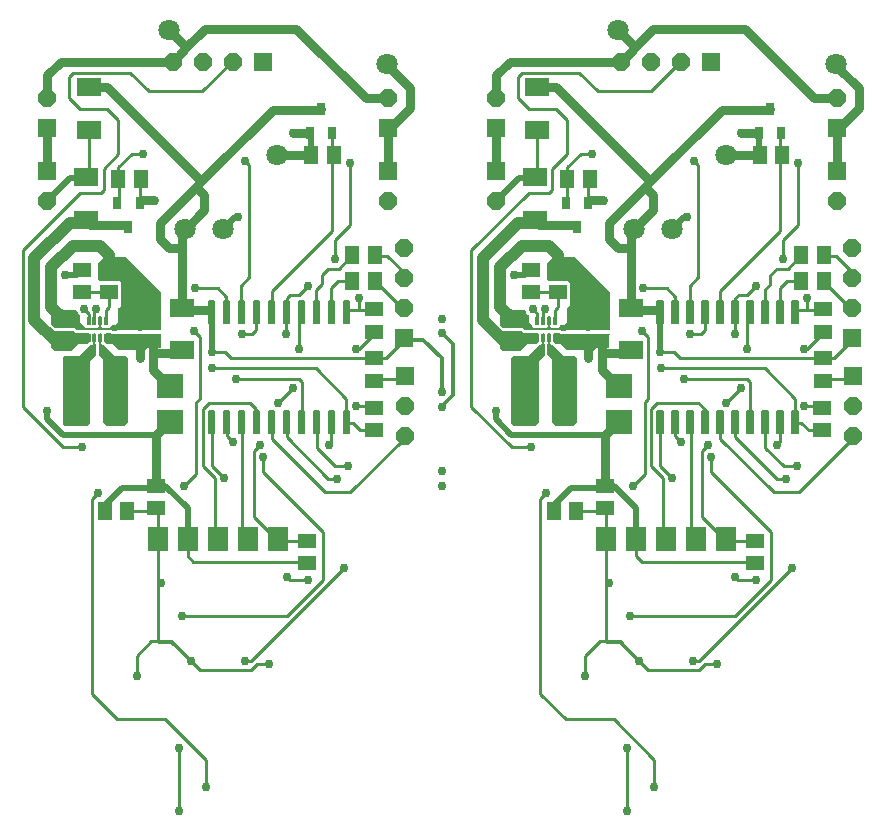
<source format=gbr>
G04 EAGLE Gerber RS-274X export*
G75*
%MOMM*%
%FSLAX34Y34*%
%LPD*%
%INBottom Copper*%
%IPPOS*%
%AMOC8*
5,1,8,0,0,1.08239X$1,22.5*%
G01*
%ADD10R,2.200000X2.000000*%
%ADD11R,1.524000X1.524000*%
%ADD12P,1.649562X8X292.500000*%
%ADD13P,1.649562X8X112.500000*%
%ADD14R,1.500000X1.300000*%
%ADD15C,0.150000*%
%ADD16P,1.649562X8X202.500000*%
%ADD17C,1.800000*%
%ADD18R,1.778000X2.032000*%
%ADD19R,1.300000X1.500000*%
%ADD20R,2.100000X1.500000*%
%ADD21R,0.320000X0.768350*%
%ADD22R,1.500000X4.500000*%
%ADD23R,1.600000X1.300000*%
%ADD24R,0.711200X1.100000*%
%ADD25C,1.016000*%
%ADD26C,0.254000*%
%ADD27C,0.756400*%
%ADD28C,0.508000*%
%ADD29C,0.762000*%
%ADD30C,0.304800*%

G36*
X114853Y441450D02*
X114853Y441450D01*
X114861Y441449D01*
X114951Y441470D01*
X115042Y441488D01*
X115049Y441493D01*
X115056Y441495D01*
X115204Y441597D01*
X115648Y442041D01*
X131500Y442041D01*
X131505Y442042D01*
X131510Y442041D01*
X131603Y442062D01*
X131697Y442080D01*
X131701Y442083D01*
X131706Y442084D01*
X131784Y442140D01*
X131862Y442193D01*
X131865Y442197D01*
X131869Y442200D01*
X131920Y442282D01*
X131972Y442361D01*
X131972Y442366D01*
X131975Y442371D01*
X132007Y442548D01*
X132007Y474300D01*
X132006Y474308D01*
X132007Y474315D01*
X131986Y474405D01*
X131968Y474497D01*
X131963Y474503D01*
X131961Y474511D01*
X131859Y474659D01*
X102759Y503759D01*
X102752Y503763D01*
X102748Y503769D01*
X102669Y503818D01*
X102592Y503870D01*
X102584Y503871D01*
X102577Y503875D01*
X102400Y503907D01*
X84500Y503907D01*
X84492Y503906D01*
X84485Y503907D01*
X84395Y503886D01*
X84304Y503868D01*
X84297Y503863D01*
X84289Y503861D01*
X84141Y503759D01*
X78941Y498559D01*
X78937Y498552D01*
X78931Y498548D01*
X78882Y498469D01*
X78830Y498392D01*
X78829Y498384D01*
X78825Y498377D01*
X78793Y498200D01*
X78793Y485900D01*
X78794Y485892D01*
X78793Y485885D01*
X78814Y485795D01*
X78832Y485704D01*
X78837Y485697D01*
X78839Y485689D01*
X78941Y485541D01*
X80241Y484241D01*
X80248Y484237D01*
X80252Y484231D01*
X80331Y484182D01*
X80408Y484130D01*
X80416Y484129D01*
X80423Y484125D01*
X80600Y484093D01*
X94090Y484093D01*
X94193Y483989D01*
X94200Y483985D01*
X94204Y483979D01*
X94284Y483929D01*
X94360Y483878D01*
X94368Y483877D01*
X94375Y483873D01*
X94552Y483841D01*
X97152Y483841D01*
X98641Y482352D01*
X98641Y467248D01*
X98541Y467148D01*
X98537Y467142D01*
X98531Y467137D01*
X98482Y467058D01*
X98430Y466981D01*
X98429Y466974D01*
X98425Y466967D01*
X98393Y466790D01*
X98393Y462910D01*
X96241Y460759D01*
X96237Y460752D01*
X96231Y460748D01*
X96182Y460669D01*
X96130Y460592D01*
X96129Y460584D01*
X96125Y460577D01*
X96093Y460400D01*
X96093Y449010D01*
X93320Y446238D01*
X90448Y446238D01*
X90443Y446237D01*
X90438Y446238D01*
X90345Y446217D01*
X90251Y446198D01*
X90247Y446195D01*
X90242Y446194D01*
X90164Y446139D01*
X90086Y446086D01*
X90083Y446081D01*
X90079Y446078D01*
X90028Y445997D01*
X89976Y445917D01*
X89976Y445912D01*
X89973Y445908D01*
X89941Y445731D01*
X89941Y445472D01*
X88452Y443984D01*
X83148Y443984D01*
X81659Y445472D01*
X81659Y453700D01*
X81658Y453705D01*
X81659Y453710D01*
X81638Y453803D01*
X81620Y453897D01*
X81617Y453901D01*
X81616Y453906D01*
X81560Y453984D01*
X81507Y454062D01*
X81503Y454065D01*
X81500Y454069D01*
X81418Y454120D01*
X81339Y454172D01*
X81334Y454172D01*
X81329Y454175D01*
X81152Y454207D01*
X80448Y454207D01*
X80443Y454206D01*
X80438Y454207D01*
X80345Y454186D01*
X80251Y454168D01*
X80247Y454165D01*
X80242Y454164D01*
X80164Y454108D01*
X80086Y454055D01*
X80083Y454051D01*
X80079Y454048D01*
X80028Y453966D01*
X79976Y453887D01*
X79976Y453882D01*
X79973Y453877D01*
X79941Y453700D01*
X79941Y445472D01*
X78452Y443984D01*
X68148Y443984D01*
X66572Y445559D01*
X66566Y445563D01*
X66561Y445569D01*
X66483Y445618D01*
X66405Y445670D01*
X66398Y445671D01*
X66391Y445675D01*
X66331Y445686D01*
X63307Y448710D01*
X63307Y454941D01*
X63306Y454949D01*
X63307Y454956D01*
X63286Y455046D01*
X63268Y455137D01*
X63263Y455144D01*
X63261Y455152D01*
X63159Y455300D01*
X61540Y456918D01*
X60900Y458462D01*
X60895Y458470D01*
X60893Y458479D01*
X60790Y458627D01*
X60559Y458859D01*
X60552Y458863D01*
X60548Y458869D01*
X60469Y458919D01*
X60392Y458970D01*
X60384Y458971D01*
X60377Y458975D01*
X60200Y459007D01*
X41200Y459007D01*
X41192Y459006D01*
X41185Y459007D01*
X41095Y458986D01*
X41004Y458968D01*
X40997Y458963D01*
X40989Y458961D01*
X40841Y458859D01*
X39541Y457559D01*
X39537Y457552D01*
X39531Y457548D01*
X39482Y457469D01*
X39430Y457392D01*
X39429Y457384D01*
X39425Y457377D01*
X39393Y457200D01*
X39393Y447295D01*
X39394Y447287D01*
X39393Y447279D01*
X39414Y447189D01*
X39432Y447098D01*
X39437Y447092D01*
X39439Y447084D01*
X39541Y446936D01*
X42036Y444441D01*
X42043Y444437D01*
X42047Y444431D01*
X42126Y444382D01*
X42203Y444330D01*
X42211Y444329D01*
X42217Y444325D01*
X42395Y444293D01*
X56790Y444293D01*
X56885Y444197D01*
X56892Y444193D01*
X56896Y444187D01*
X56976Y444137D01*
X57052Y444086D01*
X57060Y444085D01*
X57067Y444081D01*
X57244Y444049D01*
X58963Y444049D01*
X60714Y442297D01*
X60721Y442293D01*
X60725Y442287D01*
X60804Y442238D01*
X60881Y442186D01*
X60889Y442185D01*
X60896Y442181D01*
X61073Y442149D01*
X72967Y442149D01*
X73036Y442105D01*
X73113Y442054D01*
X73121Y442053D01*
X73128Y442048D01*
X73305Y442016D01*
X78295Y442016D01*
X78303Y442018D01*
X78310Y442017D01*
X78400Y442038D01*
X78455Y442049D01*
X82727Y442049D01*
X82728Y442048D01*
X82905Y442016D01*
X83195Y442016D01*
X83203Y442018D01*
X83211Y442017D01*
X83300Y442038D01*
X83355Y442049D01*
X90863Y442049D01*
X90914Y441997D01*
X90921Y441993D01*
X90925Y441987D01*
X91004Y441938D01*
X91081Y441886D01*
X91089Y441885D01*
X91096Y441881D01*
X91273Y441849D01*
X94846Y441849D01*
X94853Y441850D01*
X94861Y441849D01*
X94951Y441870D01*
X95042Y441888D01*
X95049Y441893D01*
X95056Y441895D01*
X95204Y441997D01*
X95248Y442041D01*
X112352Y442041D01*
X112796Y441597D01*
X112802Y441593D01*
X112807Y441587D01*
X112886Y441538D01*
X112963Y441486D01*
X112971Y441485D01*
X112977Y441481D01*
X113154Y441449D01*
X114846Y441449D01*
X114853Y441450D01*
G37*
G36*
X494853Y441450D02*
X494853Y441450D01*
X494861Y441449D01*
X494951Y441470D01*
X495042Y441488D01*
X495049Y441493D01*
X495056Y441495D01*
X495204Y441597D01*
X495648Y442041D01*
X511500Y442041D01*
X511505Y442042D01*
X511510Y442041D01*
X511603Y442062D01*
X511697Y442080D01*
X511701Y442083D01*
X511706Y442084D01*
X511784Y442140D01*
X511862Y442193D01*
X511865Y442197D01*
X511869Y442200D01*
X511920Y442282D01*
X511972Y442361D01*
X511972Y442366D01*
X511975Y442371D01*
X512007Y442548D01*
X512007Y474300D01*
X512006Y474308D01*
X512007Y474315D01*
X511986Y474405D01*
X511968Y474497D01*
X511963Y474503D01*
X511961Y474511D01*
X511859Y474659D01*
X482759Y503759D01*
X482752Y503763D01*
X482748Y503769D01*
X482669Y503818D01*
X482592Y503870D01*
X482584Y503871D01*
X482577Y503875D01*
X482400Y503907D01*
X464500Y503907D01*
X464492Y503906D01*
X464485Y503907D01*
X464395Y503886D01*
X464304Y503868D01*
X464297Y503863D01*
X464289Y503861D01*
X464141Y503759D01*
X458941Y498559D01*
X458937Y498552D01*
X458931Y498548D01*
X458882Y498469D01*
X458830Y498392D01*
X458829Y498384D01*
X458825Y498377D01*
X458793Y498200D01*
X458793Y485900D01*
X458794Y485892D01*
X458793Y485885D01*
X458814Y485795D01*
X458832Y485704D01*
X458837Y485697D01*
X458839Y485689D01*
X458941Y485541D01*
X460241Y484241D01*
X460248Y484237D01*
X460252Y484231D01*
X460331Y484182D01*
X460408Y484130D01*
X460416Y484129D01*
X460423Y484125D01*
X460600Y484093D01*
X474090Y484093D01*
X474193Y483989D01*
X474200Y483985D01*
X474204Y483979D01*
X474284Y483929D01*
X474360Y483878D01*
X474368Y483877D01*
X474375Y483873D01*
X474552Y483841D01*
X477152Y483841D01*
X478641Y482352D01*
X478641Y467248D01*
X478541Y467148D01*
X478537Y467142D01*
X478531Y467137D01*
X478482Y467058D01*
X478430Y466981D01*
X478429Y466974D01*
X478425Y466967D01*
X478393Y466790D01*
X478393Y462910D01*
X476241Y460759D01*
X476237Y460752D01*
X476231Y460748D01*
X476182Y460669D01*
X476130Y460592D01*
X476129Y460584D01*
X476125Y460577D01*
X476093Y460400D01*
X476093Y449010D01*
X473320Y446238D01*
X470448Y446238D01*
X470443Y446237D01*
X470438Y446238D01*
X470345Y446217D01*
X470251Y446198D01*
X470247Y446195D01*
X470242Y446194D01*
X470164Y446139D01*
X470086Y446086D01*
X470083Y446081D01*
X470079Y446078D01*
X470028Y445997D01*
X469976Y445917D01*
X469976Y445912D01*
X469973Y445908D01*
X469941Y445731D01*
X469941Y445472D01*
X468452Y443984D01*
X463148Y443984D01*
X461659Y445472D01*
X461659Y453700D01*
X461658Y453705D01*
X461659Y453710D01*
X461638Y453803D01*
X461620Y453897D01*
X461617Y453901D01*
X461616Y453906D01*
X461560Y453984D01*
X461507Y454062D01*
X461503Y454065D01*
X461500Y454069D01*
X461418Y454120D01*
X461339Y454172D01*
X461334Y454172D01*
X461329Y454175D01*
X461152Y454207D01*
X460448Y454207D01*
X460443Y454206D01*
X460438Y454207D01*
X460345Y454186D01*
X460251Y454168D01*
X460247Y454165D01*
X460242Y454164D01*
X460164Y454108D01*
X460086Y454055D01*
X460083Y454051D01*
X460079Y454048D01*
X460028Y453966D01*
X459976Y453887D01*
X459976Y453882D01*
X459973Y453877D01*
X459941Y453700D01*
X459941Y445472D01*
X458452Y443984D01*
X448148Y443984D01*
X446572Y445559D01*
X446566Y445563D01*
X446561Y445569D01*
X446483Y445618D01*
X446405Y445670D01*
X446398Y445671D01*
X446391Y445675D01*
X446331Y445686D01*
X443307Y448710D01*
X443307Y454941D01*
X443306Y454949D01*
X443307Y454956D01*
X443286Y455046D01*
X443268Y455137D01*
X443263Y455144D01*
X443261Y455152D01*
X443159Y455300D01*
X441540Y456918D01*
X440900Y458462D01*
X440895Y458470D01*
X440893Y458479D01*
X440790Y458627D01*
X440559Y458859D01*
X440552Y458863D01*
X440548Y458869D01*
X440469Y458919D01*
X440392Y458970D01*
X440384Y458971D01*
X440377Y458975D01*
X440200Y459007D01*
X421200Y459007D01*
X421192Y459006D01*
X421185Y459007D01*
X421095Y458986D01*
X421004Y458968D01*
X420997Y458963D01*
X420989Y458961D01*
X420841Y458859D01*
X419541Y457559D01*
X419537Y457552D01*
X419531Y457548D01*
X419482Y457469D01*
X419430Y457392D01*
X419429Y457384D01*
X419425Y457377D01*
X419393Y457200D01*
X419393Y447295D01*
X419394Y447287D01*
X419393Y447279D01*
X419414Y447189D01*
X419432Y447098D01*
X419437Y447092D01*
X419439Y447084D01*
X419541Y446936D01*
X422036Y444441D01*
X422043Y444437D01*
X422047Y444431D01*
X422126Y444382D01*
X422203Y444330D01*
X422211Y444329D01*
X422217Y444325D01*
X422395Y444293D01*
X436790Y444293D01*
X436885Y444197D01*
X436892Y444193D01*
X436896Y444187D01*
X436976Y444137D01*
X437052Y444086D01*
X437060Y444085D01*
X437067Y444081D01*
X437244Y444049D01*
X438963Y444049D01*
X440714Y442297D01*
X440721Y442293D01*
X440725Y442287D01*
X440804Y442238D01*
X440881Y442186D01*
X440889Y442185D01*
X440896Y442181D01*
X441073Y442149D01*
X452967Y442149D01*
X453037Y442105D01*
X453113Y442054D01*
X453121Y442053D01*
X453128Y442048D01*
X453305Y442016D01*
X458295Y442016D01*
X458303Y442018D01*
X458311Y442017D01*
X458400Y442038D01*
X458455Y442049D01*
X462727Y442049D01*
X462728Y442048D01*
X462905Y442016D01*
X463195Y442016D01*
X463203Y442018D01*
X463211Y442017D01*
X463300Y442038D01*
X463355Y442049D01*
X470863Y442049D01*
X470914Y441997D01*
X470921Y441993D01*
X470925Y441987D01*
X471004Y441938D01*
X471081Y441886D01*
X471089Y441885D01*
X471096Y441881D01*
X471273Y441849D01*
X474845Y441849D01*
X474853Y441850D01*
X474861Y441849D01*
X474951Y441870D01*
X475042Y441888D01*
X475049Y441893D01*
X475056Y441895D01*
X475204Y441997D01*
X475248Y442041D01*
X492352Y442041D01*
X492796Y441597D01*
X492802Y441593D01*
X492807Y441587D01*
X492886Y441538D01*
X492963Y441486D01*
X492971Y441485D01*
X492977Y441481D01*
X493155Y441449D01*
X494845Y441449D01*
X494853Y441450D01*
G37*
G36*
X449708Y361394D02*
X449708Y361394D01*
X449715Y361393D01*
X449805Y361414D01*
X449897Y361432D01*
X449903Y361437D01*
X449911Y361439D01*
X450059Y361541D01*
X451759Y363241D01*
X451763Y363248D01*
X451769Y363252D01*
X451818Y363331D01*
X451870Y363408D01*
X451871Y363416D01*
X451875Y363423D01*
X451907Y363600D01*
X451907Y416190D01*
X457059Y421341D01*
X457063Y421348D01*
X457069Y421352D01*
X457118Y421431D01*
X457170Y421508D01*
X457171Y421516D01*
X457175Y421523D01*
X457207Y421700D01*
X457207Y429982D01*
X457206Y429990D01*
X457207Y429997D01*
X457186Y430087D01*
X457168Y430178D01*
X457163Y430185D01*
X457161Y430192D01*
X457059Y430340D01*
X456659Y430740D01*
X456659Y438900D01*
X456658Y438905D01*
X456659Y438910D01*
X456638Y439003D01*
X456620Y439097D01*
X456617Y439101D01*
X456616Y439106D01*
X456560Y439184D01*
X456507Y439262D01*
X456503Y439265D01*
X456500Y439269D01*
X456418Y439320D01*
X456339Y439372D01*
X456334Y439372D01*
X456329Y439375D01*
X456152Y439407D01*
X455448Y439407D01*
X455443Y439406D01*
X455438Y439407D01*
X455345Y439386D01*
X455251Y439368D01*
X455247Y439365D01*
X455242Y439364D01*
X455164Y439308D01*
X455086Y439255D01*
X455083Y439251D01*
X455079Y439248D01*
X455028Y439166D01*
X454976Y439087D01*
X454976Y439082D01*
X454973Y439077D01*
X454941Y438900D01*
X454941Y430740D01*
X453452Y429252D01*
X452444Y429252D01*
X452437Y429250D01*
X452429Y429251D01*
X452339Y429230D01*
X452248Y429212D01*
X452241Y429207D01*
X452234Y429206D01*
X452086Y429103D01*
X442990Y420007D01*
X430000Y420007D01*
X429992Y420006D01*
X429985Y420007D01*
X429895Y419986D01*
X429804Y419968D01*
X429797Y419963D01*
X429789Y419961D01*
X429641Y419859D01*
X428941Y419159D01*
X428937Y419152D01*
X428931Y419148D01*
X428882Y419069D01*
X428830Y418992D01*
X428829Y418984D01*
X428825Y418977D01*
X428793Y418800D01*
X428793Y363300D01*
X428794Y363292D01*
X428793Y363285D01*
X428814Y363195D01*
X428832Y363104D01*
X428837Y363097D01*
X428839Y363089D01*
X428941Y362941D01*
X430341Y361541D01*
X430348Y361537D01*
X430352Y361531D01*
X430431Y361482D01*
X430508Y361430D01*
X430516Y361429D01*
X430523Y361425D01*
X430700Y361393D01*
X449700Y361393D01*
X449708Y361394D01*
G37*
G36*
X69708Y361394D02*
X69708Y361394D01*
X69715Y361393D01*
X69805Y361414D01*
X69897Y361432D01*
X69903Y361437D01*
X69911Y361439D01*
X70059Y361541D01*
X71759Y363241D01*
X71763Y363248D01*
X71769Y363252D01*
X71818Y363331D01*
X71870Y363408D01*
X71871Y363416D01*
X71875Y363423D01*
X71907Y363600D01*
X71907Y416190D01*
X77059Y421341D01*
X77063Y421348D01*
X77069Y421352D01*
X77118Y421431D01*
X77170Y421508D01*
X77171Y421516D01*
X77175Y421523D01*
X77207Y421700D01*
X77207Y429982D01*
X77206Y429990D01*
X77207Y429997D01*
X77186Y430087D01*
X77168Y430178D01*
X77163Y430185D01*
X77161Y430192D01*
X77059Y430340D01*
X76659Y430740D01*
X76659Y438900D01*
X76658Y438905D01*
X76659Y438910D01*
X76638Y439003D01*
X76620Y439097D01*
X76617Y439101D01*
X76616Y439106D01*
X76560Y439184D01*
X76507Y439262D01*
X76503Y439265D01*
X76500Y439269D01*
X76418Y439320D01*
X76339Y439372D01*
X76334Y439372D01*
X76329Y439375D01*
X76152Y439407D01*
X75448Y439407D01*
X75443Y439406D01*
X75438Y439407D01*
X75345Y439386D01*
X75251Y439368D01*
X75247Y439365D01*
X75242Y439364D01*
X75164Y439308D01*
X75086Y439255D01*
X75083Y439251D01*
X75079Y439248D01*
X75028Y439166D01*
X74976Y439087D01*
X74976Y439082D01*
X74973Y439077D01*
X74941Y438900D01*
X74941Y430740D01*
X73452Y429252D01*
X72444Y429252D01*
X72437Y429250D01*
X72429Y429251D01*
X72339Y429230D01*
X72248Y429212D01*
X72241Y429207D01*
X72234Y429206D01*
X72086Y429103D01*
X62990Y420007D01*
X50000Y420007D01*
X49992Y420006D01*
X49985Y420007D01*
X49895Y419986D01*
X49804Y419968D01*
X49797Y419963D01*
X49789Y419961D01*
X49641Y419859D01*
X48941Y419159D01*
X48937Y419152D01*
X48931Y419148D01*
X48882Y419069D01*
X48830Y418992D01*
X48829Y418984D01*
X48825Y418977D01*
X48793Y418800D01*
X48793Y363300D01*
X48794Y363292D01*
X48793Y363285D01*
X48814Y363195D01*
X48832Y363104D01*
X48837Y363097D01*
X48839Y363089D01*
X48941Y362941D01*
X50341Y361541D01*
X50348Y361537D01*
X50352Y361531D01*
X50431Y361482D01*
X50508Y361430D01*
X50516Y361429D01*
X50523Y361425D01*
X50700Y361393D01*
X69700Y361393D01*
X69708Y361394D01*
G37*
G36*
X101408Y361494D02*
X101408Y361494D01*
X101415Y361493D01*
X101505Y361514D01*
X101597Y361532D01*
X101603Y361537D01*
X101611Y361539D01*
X101759Y361641D01*
X104159Y364041D01*
X104163Y364048D01*
X104169Y364052D01*
X104218Y364131D01*
X104270Y364208D01*
X104271Y364216D01*
X104275Y364223D01*
X104307Y364400D01*
X104307Y418300D01*
X104306Y418308D01*
X104307Y418315D01*
X104286Y418405D01*
X104268Y418497D01*
X104263Y418503D01*
X104261Y418511D01*
X104159Y418659D01*
X102959Y419859D01*
X102952Y419863D01*
X102948Y419869D01*
X102869Y419918D01*
X102792Y419970D01*
X102784Y419971D01*
X102777Y419975D01*
X102600Y420007D01*
X93410Y420007D01*
X84314Y429103D01*
X84308Y429107D01*
X84303Y429114D01*
X84225Y429163D01*
X84147Y429214D01*
X84140Y429215D01*
X84133Y429220D01*
X83956Y429252D01*
X83148Y429252D01*
X81659Y430740D01*
X81659Y439000D01*
X81658Y439005D01*
X81659Y439010D01*
X81638Y439103D01*
X81620Y439197D01*
X81617Y439201D01*
X81616Y439206D01*
X81560Y439284D01*
X81507Y439362D01*
X81503Y439365D01*
X81500Y439369D01*
X81418Y439420D01*
X81339Y439472D01*
X81334Y439472D01*
X81329Y439475D01*
X81152Y439507D01*
X80448Y439507D01*
X80443Y439506D01*
X80438Y439507D01*
X80345Y439486D01*
X80251Y439468D01*
X80247Y439465D01*
X80242Y439464D01*
X80164Y439408D01*
X80086Y439355D01*
X80083Y439351D01*
X80079Y439348D01*
X80028Y439266D01*
X79976Y439187D01*
X79976Y439182D01*
X79973Y439177D01*
X79941Y439000D01*
X79941Y430740D01*
X79441Y430240D01*
X79437Y430234D01*
X79431Y430229D01*
X79382Y430151D01*
X79330Y430073D01*
X79329Y430066D01*
X79325Y430059D01*
X79293Y429882D01*
X79293Y421700D01*
X79294Y421692D01*
X79293Y421685D01*
X79314Y421595D01*
X79332Y421504D01*
X79337Y421497D01*
X79339Y421489D01*
X79441Y421341D01*
X83193Y417590D01*
X83193Y364400D01*
X83194Y364392D01*
X83193Y364385D01*
X83214Y364295D01*
X83232Y364204D01*
X83237Y364197D01*
X83239Y364189D01*
X83341Y364041D01*
X85741Y361641D01*
X85748Y361637D01*
X85752Y361631D01*
X85831Y361582D01*
X85908Y361530D01*
X85916Y361529D01*
X85923Y361525D01*
X86100Y361493D01*
X101400Y361493D01*
X101408Y361494D01*
G37*
G36*
X481408Y361494D02*
X481408Y361494D01*
X481415Y361493D01*
X481505Y361514D01*
X481597Y361532D01*
X481603Y361537D01*
X481611Y361539D01*
X481759Y361641D01*
X484159Y364041D01*
X484163Y364048D01*
X484169Y364052D01*
X484218Y364131D01*
X484270Y364208D01*
X484271Y364216D01*
X484275Y364223D01*
X484307Y364400D01*
X484307Y418300D01*
X484306Y418308D01*
X484307Y418315D01*
X484286Y418405D01*
X484268Y418497D01*
X484263Y418503D01*
X484261Y418511D01*
X484159Y418659D01*
X482959Y419859D01*
X482952Y419863D01*
X482948Y419869D01*
X482869Y419918D01*
X482792Y419970D01*
X482784Y419971D01*
X482777Y419975D01*
X482600Y420007D01*
X473410Y420007D01*
X464314Y429103D01*
X464308Y429107D01*
X464303Y429114D01*
X464225Y429163D01*
X464147Y429214D01*
X464140Y429215D01*
X464133Y429220D01*
X463956Y429252D01*
X463148Y429252D01*
X461659Y430740D01*
X461659Y439000D01*
X461658Y439005D01*
X461659Y439010D01*
X461638Y439103D01*
X461620Y439197D01*
X461617Y439201D01*
X461616Y439206D01*
X461560Y439284D01*
X461507Y439362D01*
X461503Y439365D01*
X461500Y439369D01*
X461418Y439420D01*
X461339Y439472D01*
X461334Y439472D01*
X461329Y439475D01*
X461152Y439507D01*
X460448Y439507D01*
X460443Y439506D01*
X460438Y439507D01*
X460345Y439486D01*
X460251Y439468D01*
X460247Y439465D01*
X460242Y439464D01*
X460164Y439408D01*
X460086Y439355D01*
X460083Y439351D01*
X460079Y439348D01*
X460028Y439266D01*
X459976Y439187D01*
X459976Y439182D01*
X459973Y439177D01*
X459941Y439000D01*
X459941Y430740D01*
X459441Y430240D01*
X459437Y430234D01*
X459431Y430229D01*
X459382Y430151D01*
X459330Y430073D01*
X459329Y430066D01*
X459325Y430059D01*
X459293Y429882D01*
X459293Y421700D01*
X459294Y421692D01*
X459293Y421685D01*
X459314Y421595D01*
X459332Y421504D01*
X459337Y421497D01*
X459339Y421489D01*
X459441Y421341D01*
X463193Y417590D01*
X463193Y364400D01*
X463194Y364392D01*
X463193Y364385D01*
X463214Y364295D01*
X463232Y364204D01*
X463237Y364197D01*
X463239Y364189D01*
X463341Y364041D01*
X465741Y361641D01*
X465748Y361637D01*
X465752Y361631D01*
X465831Y361582D01*
X465908Y361530D01*
X465916Y361529D01*
X465923Y361525D01*
X466100Y361493D01*
X481400Y361493D01*
X481408Y361494D01*
G37*
G36*
X118407Y424893D02*
X118407Y424893D01*
X118410Y424893D01*
X118506Y424914D01*
X118601Y424934D01*
X118603Y424936D01*
X118605Y424936D01*
X118755Y425037D01*
X132055Y438037D01*
X132058Y438042D01*
X132062Y438045D01*
X132114Y438124D01*
X132167Y438203D01*
X132169Y438208D01*
X132172Y438213D01*
X132188Y438306D01*
X132207Y438399D01*
X132206Y438405D01*
X132207Y438410D01*
X132186Y438504D01*
X132168Y438596D01*
X132165Y438600D01*
X132164Y438606D01*
X132108Y438684D01*
X132055Y438762D01*
X132051Y438765D01*
X132048Y438769D01*
X131967Y438820D01*
X131888Y438871D01*
X131882Y438872D01*
X131877Y438875D01*
X131700Y438907D01*
X97010Y438907D01*
X96759Y439159D01*
X96752Y439163D01*
X96748Y439169D01*
X96669Y439218D01*
X96592Y439270D01*
X96584Y439271D01*
X96577Y439275D01*
X96400Y439307D01*
X90010Y439307D01*
X89959Y439359D01*
X89952Y439363D01*
X89948Y439369D01*
X89869Y439418D01*
X89792Y439470D01*
X89784Y439471D01*
X89777Y439475D01*
X89600Y439507D01*
X85448Y439507D01*
X85443Y439506D01*
X85438Y439507D01*
X85345Y439486D01*
X85251Y439468D01*
X85247Y439465D01*
X85242Y439464D01*
X85164Y439408D01*
X85086Y439355D01*
X85083Y439351D01*
X85079Y439348D01*
X85028Y439266D01*
X84976Y439187D01*
X84976Y439182D01*
X84973Y439177D01*
X84941Y439000D01*
X84941Y432052D01*
X84942Y432044D01*
X84941Y432037D01*
X84962Y431947D01*
X84980Y431856D01*
X84985Y431849D01*
X84987Y431841D01*
X85089Y431693D01*
X86341Y430441D01*
X86348Y430437D01*
X86352Y430431D01*
X86431Y430382D01*
X86508Y430330D01*
X86516Y430329D01*
X86523Y430325D01*
X86700Y430293D01*
X91090Y430293D01*
X96141Y425241D01*
X96148Y425237D01*
X96152Y425231D01*
X96231Y425182D01*
X96308Y425130D01*
X96316Y425129D01*
X96323Y425125D01*
X96500Y425093D01*
X117990Y425093D01*
X118041Y425041D01*
X118043Y425040D01*
X118045Y425038D01*
X118127Y424985D01*
X118208Y424930D01*
X118211Y424930D01*
X118212Y424929D01*
X118309Y424911D01*
X118405Y424893D01*
X118407Y424893D01*
G37*
G36*
X498407Y424893D02*
X498407Y424893D01*
X498410Y424893D01*
X498506Y424914D01*
X498601Y424934D01*
X498603Y424936D01*
X498605Y424936D01*
X498755Y425037D01*
X512055Y438037D01*
X512058Y438042D01*
X512062Y438045D01*
X512114Y438124D01*
X512167Y438203D01*
X512169Y438208D01*
X512172Y438213D01*
X512188Y438306D01*
X512207Y438399D01*
X512206Y438405D01*
X512207Y438410D01*
X512186Y438504D01*
X512168Y438596D01*
X512165Y438600D01*
X512164Y438606D01*
X512108Y438684D01*
X512055Y438762D01*
X512051Y438765D01*
X512048Y438769D01*
X511967Y438820D01*
X511888Y438871D01*
X511882Y438872D01*
X511877Y438875D01*
X511700Y438907D01*
X477010Y438907D01*
X476759Y439159D01*
X476752Y439163D01*
X476748Y439169D01*
X476669Y439218D01*
X476592Y439270D01*
X476584Y439271D01*
X476577Y439275D01*
X476400Y439307D01*
X470010Y439307D01*
X469959Y439359D01*
X469952Y439363D01*
X469948Y439369D01*
X469869Y439418D01*
X469792Y439470D01*
X469784Y439471D01*
X469777Y439475D01*
X469600Y439507D01*
X465448Y439507D01*
X465443Y439506D01*
X465438Y439507D01*
X465345Y439486D01*
X465251Y439468D01*
X465247Y439465D01*
X465242Y439464D01*
X465164Y439408D01*
X465086Y439355D01*
X465083Y439351D01*
X465079Y439348D01*
X465028Y439266D01*
X464976Y439187D01*
X464976Y439182D01*
X464973Y439177D01*
X464941Y439000D01*
X464941Y432052D01*
X464942Y432044D01*
X464941Y432037D01*
X464962Y431947D01*
X464980Y431856D01*
X464985Y431849D01*
X464987Y431841D01*
X465089Y431693D01*
X466341Y430441D01*
X466348Y430437D01*
X466352Y430431D01*
X466431Y430382D01*
X466508Y430330D01*
X466516Y430329D01*
X466523Y430325D01*
X466700Y430293D01*
X471090Y430293D01*
X476141Y425241D01*
X476148Y425237D01*
X476152Y425231D01*
X476231Y425182D01*
X476308Y425130D01*
X476316Y425129D01*
X476323Y425125D01*
X476500Y425093D01*
X497990Y425093D01*
X498041Y425041D01*
X498043Y425040D01*
X498045Y425038D01*
X498127Y424985D01*
X498208Y424930D01*
X498211Y424930D01*
X498212Y424929D01*
X498309Y424911D01*
X498405Y424893D01*
X498407Y424893D01*
G37*
G36*
X56308Y424894D02*
X56308Y424894D01*
X56315Y424893D01*
X56405Y424914D01*
X56497Y424932D01*
X56503Y424937D01*
X56511Y424939D01*
X56659Y425041D01*
X62510Y430893D01*
X70200Y430893D01*
X70208Y430894D01*
X70215Y430893D01*
X70305Y430914D01*
X70397Y430932D01*
X70403Y430937D01*
X70411Y430939D01*
X70559Y431041D01*
X71511Y431993D01*
X71515Y432000D01*
X71521Y432004D01*
X71570Y432083D01*
X71622Y432160D01*
X71623Y432168D01*
X71627Y432175D01*
X71659Y432352D01*
X71659Y439100D01*
X71659Y439103D01*
X71659Y439106D01*
X71659Y439108D01*
X71659Y439110D01*
X71638Y439203D01*
X71620Y439297D01*
X71617Y439301D01*
X71616Y439306D01*
X71560Y439384D01*
X71507Y439462D01*
X71503Y439465D01*
X71500Y439469D01*
X71418Y439520D01*
X71339Y439572D01*
X71334Y439572D01*
X71329Y439575D01*
X71152Y439607D01*
X59810Y439607D01*
X58059Y441359D01*
X58052Y441363D01*
X58048Y441369D01*
X57969Y441418D01*
X57892Y441470D01*
X57884Y441471D01*
X57877Y441475D01*
X57700Y441507D01*
X41200Y441507D01*
X41192Y441506D01*
X41185Y441507D01*
X41095Y441486D01*
X41004Y441468D01*
X40997Y441463D01*
X40989Y441461D01*
X40841Y441359D01*
X39241Y439759D01*
X39237Y439752D01*
X39231Y439748D01*
X39182Y439669D01*
X39130Y439592D01*
X39129Y439584D01*
X39125Y439577D01*
X39093Y439400D01*
X39093Y427300D01*
X39094Y427292D01*
X39093Y427285D01*
X39114Y427195D01*
X39132Y427104D01*
X39137Y427097D01*
X39139Y427089D01*
X39241Y426941D01*
X41141Y425041D01*
X41148Y425037D01*
X41152Y425031D01*
X41231Y424982D01*
X41308Y424930D01*
X41316Y424929D01*
X41323Y424925D01*
X41500Y424893D01*
X56300Y424893D01*
X56308Y424894D01*
G37*
G36*
X436308Y424894D02*
X436308Y424894D01*
X436315Y424893D01*
X436405Y424914D01*
X436497Y424932D01*
X436503Y424937D01*
X436511Y424939D01*
X436659Y425041D01*
X442510Y430893D01*
X450200Y430893D01*
X450208Y430894D01*
X450215Y430893D01*
X450305Y430914D01*
X450397Y430932D01*
X450403Y430937D01*
X450411Y430939D01*
X450559Y431041D01*
X451511Y431993D01*
X451515Y432000D01*
X451521Y432004D01*
X451570Y432083D01*
X451622Y432160D01*
X451623Y432168D01*
X451627Y432175D01*
X451659Y432352D01*
X451659Y439100D01*
X451659Y439103D01*
X451659Y439106D01*
X451659Y439108D01*
X451659Y439110D01*
X451638Y439203D01*
X451620Y439297D01*
X451617Y439301D01*
X451616Y439306D01*
X451560Y439384D01*
X451507Y439462D01*
X451503Y439465D01*
X451500Y439469D01*
X451418Y439520D01*
X451339Y439572D01*
X451334Y439572D01*
X451329Y439575D01*
X451152Y439607D01*
X439810Y439607D01*
X438059Y441359D01*
X438052Y441363D01*
X438048Y441369D01*
X437969Y441418D01*
X437892Y441470D01*
X437884Y441471D01*
X437877Y441475D01*
X437700Y441507D01*
X421200Y441507D01*
X421192Y441506D01*
X421185Y441507D01*
X421095Y441486D01*
X421004Y441468D01*
X420997Y441463D01*
X420989Y441461D01*
X420841Y441359D01*
X419241Y439759D01*
X419237Y439752D01*
X419231Y439748D01*
X419182Y439669D01*
X419130Y439592D01*
X419129Y439584D01*
X419125Y439577D01*
X419093Y439400D01*
X419093Y427300D01*
X419094Y427292D01*
X419093Y427285D01*
X419114Y427195D01*
X419132Y427104D01*
X419137Y427097D01*
X419139Y427089D01*
X419241Y426941D01*
X421141Y425041D01*
X421148Y425037D01*
X421152Y425031D01*
X421231Y424982D01*
X421308Y424930D01*
X421316Y424929D01*
X421323Y424925D01*
X421500Y424893D01*
X436300Y424893D01*
X436308Y424894D01*
G37*
D10*
X139696Y394622D03*
X139696Y364622D03*
D11*
X338374Y403138D03*
D12*
X338374Y377738D03*
X338374Y352338D03*
D11*
X337534Y435338D03*
D13*
X337534Y460738D03*
X337534Y486138D03*
X337534Y511538D03*
D14*
X312600Y440900D03*
X312600Y459900D03*
X312200Y376400D03*
X312200Y357400D03*
D15*
X172404Y447938D02*
X172404Y466938D01*
X176904Y466938D01*
X176904Y447938D01*
X172404Y447938D01*
X172404Y449363D02*
X176904Y449363D01*
X176904Y450788D02*
X172404Y450788D01*
X172404Y452213D02*
X176904Y452213D01*
X176904Y453638D02*
X172404Y453638D01*
X172404Y455063D02*
X176904Y455063D01*
X176904Y456488D02*
X172404Y456488D01*
X172404Y457913D02*
X176904Y457913D01*
X176904Y459338D02*
X172404Y459338D01*
X172404Y460763D02*
X176904Y460763D01*
X176904Y462188D02*
X172404Y462188D01*
X172404Y463613D02*
X176904Y463613D01*
X176904Y465038D02*
X172404Y465038D01*
X172404Y466463D02*
X176904Y466463D01*
X185104Y466938D02*
X185104Y447938D01*
X185104Y466938D02*
X189604Y466938D01*
X189604Y447938D01*
X185104Y447938D01*
X185104Y449363D02*
X189604Y449363D01*
X189604Y450788D02*
X185104Y450788D01*
X185104Y452213D02*
X189604Y452213D01*
X189604Y453638D02*
X185104Y453638D01*
X185104Y455063D02*
X189604Y455063D01*
X189604Y456488D02*
X185104Y456488D01*
X185104Y457913D02*
X189604Y457913D01*
X189604Y459338D02*
X185104Y459338D01*
X185104Y460763D02*
X189604Y460763D01*
X189604Y462188D02*
X185104Y462188D01*
X185104Y463613D02*
X189604Y463613D01*
X189604Y465038D02*
X185104Y465038D01*
X185104Y466463D02*
X189604Y466463D01*
X197804Y466938D02*
X197804Y447938D01*
X197804Y466938D02*
X202304Y466938D01*
X202304Y447938D01*
X197804Y447938D01*
X197804Y449363D02*
X202304Y449363D01*
X202304Y450788D02*
X197804Y450788D01*
X197804Y452213D02*
X202304Y452213D01*
X202304Y453638D02*
X197804Y453638D01*
X197804Y455063D02*
X202304Y455063D01*
X202304Y456488D02*
X197804Y456488D01*
X197804Y457913D02*
X202304Y457913D01*
X202304Y459338D02*
X197804Y459338D01*
X197804Y460763D02*
X202304Y460763D01*
X202304Y462188D02*
X197804Y462188D01*
X197804Y463613D02*
X202304Y463613D01*
X202304Y465038D02*
X197804Y465038D01*
X197804Y466463D02*
X202304Y466463D01*
X210504Y466938D02*
X210504Y447938D01*
X210504Y466938D02*
X215004Y466938D01*
X215004Y447938D01*
X210504Y447938D01*
X210504Y449363D02*
X215004Y449363D01*
X215004Y450788D02*
X210504Y450788D01*
X210504Y452213D02*
X215004Y452213D01*
X215004Y453638D02*
X210504Y453638D01*
X210504Y455063D02*
X215004Y455063D01*
X215004Y456488D02*
X210504Y456488D01*
X210504Y457913D02*
X215004Y457913D01*
X215004Y459338D02*
X210504Y459338D01*
X210504Y460763D02*
X215004Y460763D01*
X215004Y462188D02*
X210504Y462188D01*
X210504Y463613D02*
X215004Y463613D01*
X215004Y465038D02*
X210504Y465038D01*
X210504Y466463D02*
X215004Y466463D01*
X223204Y466938D02*
X223204Y447938D01*
X223204Y466938D02*
X227704Y466938D01*
X227704Y447938D01*
X223204Y447938D01*
X223204Y449363D02*
X227704Y449363D01*
X227704Y450788D02*
X223204Y450788D01*
X223204Y452213D02*
X227704Y452213D01*
X227704Y453638D02*
X223204Y453638D01*
X223204Y455063D02*
X227704Y455063D01*
X227704Y456488D02*
X223204Y456488D01*
X223204Y457913D02*
X227704Y457913D01*
X227704Y459338D02*
X223204Y459338D01*
X223204Y460763D02*
X227704Y460763D01*
X227704Y462188D02*
X223204Y462188D01*
X223204Y463613D02*
X227704Y463613D01*
X227704Y465038D02*
X223204Y465038D01*
X223204Y466463D02*
X227704Y466463D01*
X235904Y466938D02*
X235904Y447938D01*
X235904Y466938D02*
X240404Y466938D01*
X240404Y447938D01*
X235904Y447938D01*
X235904Y449363D02*
X240404Y449363D01*
X240404Y450788D02*
X235904Y450788D01*
X235904Y452213D02*
X240404Y452213D01*
X240404Y453638D02*
X235904Y453638D01*
X235904Y455063D02*
X240404Y455063D01*
X240404Y456488D02*
X235904Y456488D01*
X235904Y457913D02*
X240404Y457913D01*
X240404Y459338D02*
X235904Y459338D01*
X235904Y460763D02*
X240404Y460763D01*
X240404Y462188D02*
X235904Y462188D01*
X235904Y463613D02*
X240404Y463613D01*
X240404Y465038D02*
X235904Y465038D01*
X235904Y466463D02*
X240404Y466463D01*
X248604Y466938D02*
X248604Y447938D01*
X248604Y466938D02*
X253104Y466938D01*
X253104Y447938D01*
X248604Y447938D01*
X248604Y449363D02*
X253104Y449363D01*
X253104Y450788D02*
X248604Y450788D01*
X248604Y452213D02*
X253104Y452213D01*
X253104Y453638D02*
X248604Y453638D01*
X248604Y455063D02*
X253104Y455063D01*
X253104Y456488D02*
X248604Y456488D01*
X248604Y457913D02*
X253104Y457913D01*
X253104Y459338D02*
X248604Y459338D01*
X248604Y460763D02*
X253104Y460763D01*
X253104Y462188D02*
X248604Y462188D01*
X248604Y463613D02*
X253104Y463613D01*
X253104Y465038D02*
X248604Y465038D01*
X248604Y466463D02*
X253104Y466463D01*
X261304Y466938D02*
X261304Y447938D01*
X261304Y466938D02*
X265804Y466938D01*
X265804Y447938D01*
X261304Y447938D01*
X261304Y449363D02*
X265804Y449363D01*
X265804Y450788D02*
X261304Y450788D01*
X261304Y452213D02*
X265804Y452213D01*
X265804Y453638D02*
X261304Y453638D01*
X261304Y455063D02*
X265804Y455063D01*
X265804Y456488D02*
X261304Y456488D01*
X261304Y457913D02*
X265804Y457913D01*
X265804Y459338D02*
X261304Y459338D01*
X261304Y460763D02*
X265804Y460763D01*
X265804Y462188D02*
X261304Y462188D01*
X261304Y463613D02*
X265804Y463613D01*
X265804Y465038D02*
X261304Y465038D01*
X261304Y466463D02*
X265804Y466463D01*
X274004Y466938D02*
X274004Y447938D01*
X274004Y466938D02*
X278504Y466938D01*
X278504Y447938D01*
X274004Y447938D01*
X274004Y449363D02*
X278504Y449363D01*
X278504Y450788D02*
X274004Y450788D01*
X274004Y452213D02*
X278504Y452213D01*
X278504Y453638D02*
X274004Y453638D01*
X274004Y455063D02*
X278504Y455063D01*
X278504Y456488D02*
X274004Y456488D01*
X274004Y457913D02*
X278504Y457913D01*
X278504Y459338D02*
X274004Y459338D01*
X274004Y460763D02*
X278504Y460763D01*
X278504Y462188D02*
X274004Y462188D01*
X274004Y463613D02*
X278504Y463613D01*
X278504Y465038D02*
X274004Y465038D01*
X274004Y466463D02*
X278504Y466463D01*
X286704Y466938D02*
X286704Y447938D01*
X286704Y466938D02*
X291204Y466938D01*
X291204Y447938D01*
X286704Y447938D01*
X286704Y449363D02*
X291204Y449363D01*
X291204Y450788D02*
X286704Y450788D01*
X286704Y452213D02*
X291204Y452213D01*
X291204Y453638D02*
X286704Y453638D01*
X286704Y455063D02*
X291204Y455063D01*
X291204Y456488D02*
X286704Y456488D01*
X286704Y457913D02*
X291204Y457913D01*
X291204Y459338D02*
X286704Y459338D01*
X286704Y460763D02*
X291204Y460763D01*
X291204Y462188D02*
X286704Y462188D01*
X286704Y463613D02*
X291204Y463613D01*
X291204Y465038D02*
X286704Y465038D01*
X286704Y466463D02*
X291204Y466463D01*
X286704Y373838D02*
X286704Y354838D01*
X286704Y373838D02*
X291204Y373838D01*
X291204Y354838D01*
X286704Y354838D01*
X286704Y356263D02*
X291204Y356263D01*
X291204Y357688D02*
X286704Y357688D01*
X286704Y359113D02*
X291204Y359113D01*
X291204Y360538D02*
X286704Y360538D01*
X286704Y361963D02*
X291204Y361963D01*
X291204Y363388D02*
X286704Y363388D01*
X286704Y364813D02*
X291204Y364813D01*
X291204Y366238D02*
X286704Y366238D01*
X286704Y367663D02*
X291204Y367663D01*
X291204Y369088D02*
X286704Y369088D01*
X286704Y370513D02*
X291204Y370513D01*
X291204Y371938D02*
X286704Y371938D01*
X286704Y373363D02*
X291204Y373363D01*
X274004Y373838D02*
X274004Y354838D01*
X274004Y373838D02*
X278504Y373838D01*
X278504Y354838D01*
X274004Y354838D01*
X274004Y356263D02*
X278504Y356263D01*
X278504Y357688D02*
X274004Y357688D01*
X274004Y359113D02*
X278504Y359113D01*
X278504Y360538D02*
X274004Y360538D01*
X274004Y361963D02*
X278504Y361963D01*
X278504Y363388D02*
X274004Y363388D01*
X274004Y364813D02*
X278504Y364813D01*
X278504Y366238D02*
X274004Y366238D01*
X274004Y367663D02*
X278504Y367663D01*
X278504Y369088D02*
X274004Y369088D01*
X274004Y370513D02*
X278504Y370513D01*
X278504Y371938D02*
X274004Y371938D01*
X274004Y373363D02*
X278504Y373363D01*
X261304Y373838D02*
X261304Y354838D01*
X261304Y373838D02*
X265804Y373838D01*
X265804Y354838D01*
X261304Y354838D01*
X261304Y356263D02*
X265804Y356263D01*
X265804Y357688D02*
X261304Y357688D01*
X261304Y359113D02*
X265804Y359113D01*
X265804Y360538D02*
X261304Y360538D01*
X261304Y361963D02*
X265804Y361963D01*
X265804Y363388D02*
X261304Y363388D01*
X261304Y364813D02*
X265804Y364813D01*
X265804Y366238D02*
X261304Y366238D01*
X261304Y367663D02*
X265804Y367663D01*
X265804Y369088D02*
X261304Y369088D01*
X261304Y370513D02*
X265804Y370513D01*
X265804Y371938D02*
X261304Y371938D01*
X261304Y373363D02*
X265804Y373363D01*
X248604Y373838D02*
X248604Y354838D01*
X248604Y373838D02*
X253104Y373838D01*
X253104Y354838D01*
X248604Y354838D01*
X248604Y356263D02*
X253104Y356263D01*
X253104Y357688D02*
X248604Y357688D01*
X248604Y359113D02*
X253104Y359113D01*
X253104Y360538D02*
X248604Y360538D01*
X248604Y361963D02*
X253104Y361963D01*
X253104Y363388D02*
X248604Y363388D01*
X248604Y364813D02*
X253104Y364813D01*
X253104Y366238D02*
X248604Y366238D01*
X248604Y367663D02*
X253104Y367663D01*
X253104Y369088D02*
X248604Y369088D01*
X248604Y370513D02*
X253104Y370513D01*
X253104Y371938D02*
X248604Y371938D01*
X248604Y373363D02*
X253104Y373363D01*
X235904Y373838D02*
X235904Y354838D01*
X235904Y373838D02*
X240404Y373838D01*
X240404Y354838D01*
X235904Y354838D01*
X235904Y356263D02*
X240404Y356263D01*
X240404Y357688D02*
X235904Y357688D01*
X235904Y359113D02*
X240404Y359113D01*
X240404Y360538D02*
X235904Y360538D01*
X235904Y361963D02*
X240404Y361963D01*
X240404Y363388D02*
X235904Y363388D01*
X235904Y364813D02*
X240404Y364813D01*
X240404Y366238D02*
X235904Y366238D01*
X235904Y367663D02*
X240404Y367663D01*
X240404Y369088D02*
X235904Y369088D01*
X235904Y370513D02*
X240404Y370513D01*
X240404Y371938D02*
X235904Y371938D01*
X235904Y373363D02*
X240404Y373363D01*
X223204Y373838D02*
X223204Y354838D01*
X223204Y373838D02*
X227704Y373838D01*
X227704Y354838D01*
X223204Y354838D01*
X223204Y356263D02*
X227704Y356263D01*
X227704Y357688D02*
X223204Y357688D01*
X223204Y359113D02*
X227704Y359113D01*
X227704Y360538D02*
X223204Y360538D01*
X223204Y361963D02*
X227704Y361963D01*
X227704Y363388D02*
X223204Y363388D01*
X223204Y364813D02*
X227704Y364813D01*
X227704Y366238D02*
X223204Y366238D01*
X223204Y367663D02*
X227704Y367663D01*
X227704Y369088D02*
X223204Y369088D01*
X223204Y370513D02*
X227704Y370513D01*
X227704Y371938D02*
X223204Y371938D01*
X223204Y373363D02*
X227704Y373363D01*
X210504Y373838D02*
X210504Y354838D01*
X210504Y373838D02*
X215004Y373838D01*
X215004Y354838D01*
X210504Y354838D01*
X210504Y356263D02*
X215004Y356263D01*
X215004Y357688D02*
X210504Y357688D01*
X210504Y359113D02*
X215004Y359113D01*
X215004Y360538D02*
X210504Y360538D01*
X210504Y361963D02*
X215004Y361963D01*
X215004Y363388D02*
X210504Y363388D01*
X210504Y364813D02*
X215004Y364813D01*
X215004Y366238D02*
X210504Y366238D01*
X210504Y367663D02*
X215004Y367663D01*
X215004Y369088D02*
X210504Y369088D01*
X210504Y370513D02*
X215004Y370513D01*
X215004Y371938D02*
X210504Y371938D01*
X210504Y373363D02*
X215004Y373363D01*
X197804Y373838D02*
X197804Y354838D01*
X197804Y373838D02*
X202304Y373838D01*
X202304Y354838D01*
X197804Y354838D01*
X197804Y356263D02*
X202304Y356263D01*
X202304Y357688D02*
X197804Y357688D01*
X197804Y359113D02*
X202304Y359113D01*
X202304Y360538D02*
X197804Y360538D01*
X197804Y361963D02*
X202304Y361963D01*
X202304Y363388D02*
X197804Y363388D01*
X197804Y364813D02*
X202304Y364813D01*
X202304Y366238D02*
X197804Y366238D01*
X197804Y367663D02*
X202304Y367663D01*
X202304Y369088D02*
X197804Y369088D01*
X197804Y370513D02*
X202304Y370513D01*
X202304Y371938D02*
X197804Y371938D01*
X197804Y373363D02*
X202304Y373363D01*
X185104Y373838D02*
X185104Y354838D01*
X185104Y373838D02*
X189604Y373838D01*
X189604Y354838D01*
X185104Y354838D01*
X185104Y356263D02*
X189604Y356263D01*
X189604Y357688D02*
X185104Y357688D01*
X185104Y359113D02*
X189604Y359113D01*
X189604Y360538D02*
X185104Y360538D01*
X185104Y361963D02*
X189604Y361963D01*
X189604Y363388D02*
X185104Y363388D01*
X185104Y364813D02*
X189604Y364813D01*
X189604Y366238D02*
X185104Y366238D01*
X185104Y367663D02*
X189604Y367663D01*
X189604Y369088D02*
X185104Y369088D01*
X185104Y370513D02*
X189604Y370513D01*
X189604Y371938D02*
X185104Y371938D01*
X185104Y373363D02*
X189604Y373363D01*
X172404Y373838D02*
X172404Y354838D01*
X172404Y373838D02*
X176904Y373838D01*
X176904Y354838D01*
X172404Y354838D01*
X172404Y356263D02*
X176904Y356263D01*
X176904Y357688D02*
X172404Y357688D01*
X172404Y359113D02*
X176904Y359113D01*
X176904Y360538D02*
X172404Y360538D01*
X172404Y361963D02*
X176904Y361963D01*
X176904Y363388D02*
X172404Y363388D01*
X172404Y364813D02*
X176904Y364813D01*
X176904Y366238D02*
X172404Y366238D01*
X172404Y367663D02*
X176904Y367663D01*
X176904Y369088D02*
X172404Y369088D01*
X172404Y370513D02*
X176904Y370513D01*
X176904Y371938D02*
X172404Y371938D01*
X172404Y373363D02*
X176904Y373363D01*
D14*
X255400Y245000D03*
X255400Y264000D03*
D11*
X218100Y669500D03*
D16*
X192700Y669500D03*
X167300Y669500D03*
X141900Y669500D03*
D17*
X323500Y667300D03*
X184500Y527900D03*
X138700Y696200D03*
X152600Y528200D03*
D18*
X129200Y265000D03*
X154600Y265000D03*
X180000Y265000D03*
X205400Y265000D03*
X230800Y265000D03*
D14*
X128000Y291500D03*
X128000Y310500D03*
D19*
X103500Y289000D03*
X84500Y289000D03*
X313214Y483638D03*
X294214Y483638D03*
X313214Y505638D03*
X294214Y505638D03*
D11*
X324700Y613400D03*
D13*
X324700Y638800D03*
D11*
X35700Y613400D03*
D13*
X35700Y638800D03*
D20*
X70900Y611800D03*
X70900Y647800D03*
D14*
X312300Y418600D03*
X312300Y399600D03*
D21*
X85800Y435634D03*
X80800Y435634D03*
X75800Y435634D03*
X70800Y435634D03*
X70800Y450366D03*
X75800Y450366D03*
X80800Y450366D03*
X85800Y450366D03*
D22*
X96100Y385700D03*
X58100Y385700D03*
D14*
X49800Y432800D03*
X49800Y451800D03*
X103800Y433000D03*
X103800Y452000D03*
X124200Y433000D03*
X124200Y452000D03*
D23*
X65400Y474300D03*
X65400Y493300D03*
X88100Y493800D03*
X88100Y474800D03*
D20*
X150000Y425100D03*
X150000Y461100D03*
X68900Y571500D03*
X68900Y535500D03*
D11*
X35900Y577300D03*
D12*
X35900Y551900D03*
D11*
X324300Y577300D03*
D12*
X324300Y551900D03*
D24*
X95000Y550160D03*
X114000Y550160D03*
X104500Y529840D03*
D19*
X96100Y570600D03*
X115100Y570600D03*
D24*
X277300Y608740D03*
X258300Y608740D03*
X267800Y629060D03*
D19*
X259300Y590600D03*
X278300Y590600D03*
D17*
X230400Y590800D03*
D10*
X519696Y394622D03*
X519696Y364622D03*
D11*
X718374Y403138D03*
D12*
X718374Y377738D03*
X718374Y352338D03*
D11*
X717534Y435338D03*
D13*
X717534Y460738D03*
X717534Y486138D03*
X717534Y511538D03*
D14*
X692600Y440900D03*
X692600Y459900D03*
X692200Y376400D03*
X692200Y357400D03*
D15*
X552404Y447938D02*
X552404Y466938D01*
X556904Y466938D01*
X556904Y447938D01*
X552404Y447938D01*
X552404Y449363D02*
X556904Y449363D01*
X556904Y450788D02*
X552404Y450788D01*
X552404Y452213D02*
X556904Y452213D01*
X556904Y453638D02*
X552404Y453638D01*
X552404Y455063D02*
X556904Y455063D01*
X556904Y456488D02*
X552404Y456488D01*
X552404Y457913D02*
X556904Y457913D01*
X556904Y459338D02*
X552404Y459338D01*
X552404Y460763D02*
X556904Y460763D01*
X556904Y462188D02*
X552404Y462188D01*
X552404Y463613D02*
X556904Y463613D01*
X556904Y465038D02*
X552404Y465038D01*
X552404Y466463D02*
X556904Y466463D01*
X565104Y466938D02*
X565104Y447938D01*
X565104Y466938D02*
X569604Y466938D01*
X569604Y447938D01*
X565104Y447938D01*
X565104Y449363D02*
X569604Y449363D01*
X569604Y450788D02*
X565104Y450788D01*
X565104Y452213D02*
X569604Y452213D01*
X569604Y453638D02*
X565104Y453638D01*
X565104Y455063D02*
X569604Y455063D01*
X569604Y456488D02*
X565104Y456488D01*
X565104Y457913D02*
X569604Y457913D01*
X569604Y459338D02*
X565104Y459338D01*
X565104Y460763D02*
X569604Y460763D01*
X569604Y462188D02*
X565104Y462188D01*
X565104Y463613D02*
X569604Y463613D01*
X569604Y465038D02*
X565104Y465038D01*
X565104Y466463D02*
X569604Y466463D01*
X577804Y466938D02*
X577804Y447938D01*
X577804Y466938D02*
X582304Y466938D01*
X582304Y447938D01*
X577804Y447938D01*
X577804Y449363D02*
X582304Y449363D01*
X582304Y450788D02*
X577804Y450788D01*
X577804Y452213D02*
X582304Y452213D01*
X582304Y453638D02*
X577804Y453638D01*
X577804Y455063D02*
X582304Y455063D01*
X582304Y456488D02*
X577804Y456488D01*
X577804Y457913D02*
X582304Y457913D01*
X582304Y459338D02*
X577804Y459338D01*
X577804Y460763D02*
X582304Y460763D01*
X582304Y462188D02*
X577804Y462188D01*
X577804Y463613D02*
X582304Y463613D01*
X582304Y465038D02*
X577804Y465038D01*
X577804Y466463D02*
X582304Y466463D01*
X590504Y466938D02*
X590504Y447938D01*
X590504Y466938D02*
X595004Y466938D01*
X595004Y447938D01*
X590504Y447938D01*
X590504Y449363D02*
X595004Y449363D01*
X595004Y450788D02*
X590504Y450788D01*
X590504Y452213D02*
X595004Y452213D01*
X595004Y453638D02*
X590504Y453638D01*
X590504Y455063D02*
X595004Y455063D01*
X595004Y456488D02*
X590504Y456488D01*
X590504Y457913D02*
X595004Y457913D01*
X595004Y459338D02*
X590504Y459338D01*
X590504Y460763D02*
X595004Y460763D01*
X595004Y462188D02*
X590504Y462188D01*
X590504Y463613D02*
X595004Y463613D01*
X595004Y465038D02*
X590504Y465038D01*
X590504Y466463D02*
X595004Y466463D01*
X603204Y466938D02*
X603204Y447938D01*
X603204Y466938D02*
X607704Y466938D01*
X607704Y447938D01*
X603204Y447938D01*
X603204Y449363D02*
X607704Y449363D01*
X607704Y450788D02*
X603204Y450788D01*
X603204Y452213D02*
X607704Y452213D01*
X607704Y453638D02*
X603204Y453638D01*
X603204Y455063D02*
X607704Y455063D01*
X607704Y456488D02*
X603204Y456488D01*
X603204Y457913D02*
X607704Y457913D01*
X607704Y459338D02*
X603204Y459338D01*
X603204Y460763D02*
X607704Y460763D01*
X607704Y462188D02*
X603204Y462188D01*
X603204Y463613D02*
X607704Y463613D01*
X607704Y465038D02*
X603204Y465038D01*
X603204Y466463D02*
X607704Y466463D01*
X615904Y466938D02*
X615904Y447938D01*
X615904Y466938D02*
X620404Y466938D01*
X620404Y447938D01*
X615904Y447938D01*
X615904Y449363D02*
X620404Y449363D01*
X620404Y450788D02*
X615904Y450788D01*
X615904Y452213D02*
X620404Y452213D01*
X620404Y453638D02*
X615904Y453638D01*
X615904Y455063D02*
X620404Y455063D01*
X620404Y456488D02*
X615904Y456488D01*
X615904Y457913D02*
X620404Y457913D01*
X620404Y459338D02*
X615904Y459338D01*
X615904Y460763D02*
X620404Y460763D01*
X620404Y462188D02*
X615904Y462188D01*
X615904Y463613D02*
X620404Y463613D01*
X620404Y465038D02*
X615904Y465038D01*
X615904Y466463D02*
X620404Y466463D01*
X628604Y466938D02*
X628604Y447938D01*
X628604Y466938D02*
X633104Y466938D01*
X633104Y447938D01*
X628604Y447938D01*
X628604Y449363D02*
X633104Y449363D01*
X633104Y450788D02*
X628604Y450788D01*
X628604Y452213D02*
X633104Y452213D01*
X633104Y453638D02*
X628604Y453638D01*
X628604Y455063D02*
X633104Y455063D01*
X633104Y456488D02*
X628604Y456488D01*
X628604Y457913D02*
X633104Y457913D01*
X633104Y459338D02*
X628604Y459338D01*
X628604Y460763D02*
X633104Y460763D01*
X633104Y462188D02*
X628604Y462188D01*
X628604Y463613D02*
X633104Y463613D01*
X633104Y465038D02*
X628604Y465038D01*
X628604Y466463D02*
X633104Y466463D01*
X641304Y466938D02*
X641304Y447938D01*
X641304Y466938D02*
X645804Y466938D01*
X645804Y447938D01*
X641304Y447938D01*
X641304Y449363D02*
X645804Y449363D01*
X645804Y450788D02*
X641304Y450788D01*
X641304Y452213D02*
X645804Y452213D01*
X645804Y453638D02*
X641304Y453638D01*
X641304Y455063D02*
X645804Y455063D01*
X645804Y456488D02*
X641304Y456488D01*
X641304Y457913D02*
X645804Y457913D01*
X645804Y459338D02*
X641304Y459338D01*
X641304Y460763D02*
X645804Y460763D01*
X645804Y462188D02*
X641304Y462188D01*
X641304Y463613D02*
X645804Y463613D01*
X645804Y465038D02*
X641304Y465038D01*
X641304Y466463D02*
X645804Y466463D01*
X654004Y466938D02*
X654004Y447938D01*
X654004Y466938D02*
X658504Y466938D01*
X658504Y447938D01*
X654004Y447938D01*
X654004Y449363D02*
X658504Y449363D01*
X658504Y450788D02*
X654004Y450788D01*
X654004Y452213D02*
X658504Y452213D01*
X658504Y453638D02*
X654004Y453638D01*
X654004Y455063D02*
X658504Y455063D01*
X658504Y456488D02*
X654004Y456488D01*
X654004Y457913D02*
X658504Y457913D01*
X658504Y459338D02*
X654004Y459338D01*
X654004Y460763D02*
X658504Y460763D01*
X658504Y462188D02*
X654004Y462188D01*
X654004Y463613D02*
X658504Y463613D01*
X658504Y465038D02*
X654004Y465038D01*
X654004Y466463D02*
X658504Y466463D01*
X666704Y466938D02*
X666704Y447938D01*
X666704Y466938D02*
X671204Y466938D01*
X671204Y447938D01*
X666704Y447938D01*
X666704Y449363D02*
X671204Y449363D01*
X671204Y450788D02*
X666704Y450788D01*
X666704Y452213D02*
X671204Y452213D01*
X671204Y453638D02*
X666704Y453638D01*
X666704Y455063D02*
X671204Y455063D01*
X671204Y456488D02*
X666704Y456488D01*
X666704Y457913D02*
X671204Y457913D01*
X671204Y459338D02*
X666704Y459338D01*
X666704Y460763D02*
X671204Y460763D01*
X671204Y462188D02*
X666704Y462188D01*
X666704Y463613D02*
X671204Y463613D01*
X671204Y465038D02*
X666704Y465038D01*
X666704Y466463D02*
X671204Y466463D01*
X666704Y373838D02*
X666704Y354838D01*
X666704Y373838D02*
X671204Y373838D01*
X671204Y354838D01*
X666704Y354838D01*
X666704Y356263D02*
X671204Y356263D01*
X671204Y357688D02*
X666704Y357688D01*
X666704Y359113D02*
X671204Y359113D01*
X671204Y360538D02*
X666704Y360538D01*
X666704Y361963D02*
X671204Y361963D01*
X671204Y363388D02*
X666704Y363388D01*
X666704Y364813D02*
X671204Y364813D01*
X671204Y366238D02*
X666704Y366238D01*
X666704Y367663D02*
X671204Y367663D01*
X671204Y369088D02*
X666704Y369088D01*
X666704Y370513D02*
X671204Y370513D01*
X671204Y371938D02*
X666704Y371938D01*
X666704Y373363D02*
X671204Y373363D01*
X654004Y373838D02*
X654004Y354838D01*
X654004Y373838D02*
X658504Y373838D01*
X658504Y354838D01*
X654004Y354838D01*
X654004Y356263D02*
X658504Y356263D01*
X658504Y357688D02*
X654004Y357688D01*
X654004Y359113D02*
X658504Y359113D01*
X658504Y360538D02*
X654004Y360538D01*
X654004Y361963D02*
X658504Y361963D01*
X658504Y363388D02*
X654004Y363388D01*
X654004Y364813D02*
X658504Y364813D01*
X658504Y366238D02*
X654004Y366238D01*
X654004Y367663D02*
X658504Y367663D01*
X658504Y369088D02*
X654004Y369088D01*
X654004Y370513D02*
X658504Y370513D01*
X658504Y371938D02*
X654004Y371938D01*
X654004Y373363D02*
X658504Y373363D01*
X641304Y373838D02*
X641304Y354838D01*
X641304Y373838D02*
X645804Y373838D01*
X645804Y354838D01*
X641304Y354838D01*
X641304Y356263D02*
X645804Y356263D01*
X645804Y357688D02*
X641304Y357688D01*
X641304Y359113D02*
X645804Y359113D01*
X645804Y360538D02*
X641304Y360538D01*
X641304Y361963D02*
X645804Y361963D01*
X645804Y363388D02*
X641304Y363388D01*
X641304Y364813D02*
X645804Y364813D01*
X645804Y366238D02*
X641304Y366238D01*
X641304Y367663D02*
X645804Y367663D01*
X645804Y369088D02*
X641304Y369088D01*
X641304Y370513D02*
X645804Y370513D01*
X645804Y371938D02*
X641304Y371938D01*
X641304Y373363D02*
X645804Y373363D01*
X628604Y373838D02*
X628604Y354838D01*
X628604Y373838D02*
X633104Y373838D01*
X633104Y354838D01*
X628604Y354838D01*
X628604Y356263D02*
X633104Y356263D01*
X633104Y357688D02*
X628604Y357688D01*
X628604Y359113D02*
X633104Y359113D01*
X633104Y360538D02*
X628604Y360538D01*
X628604Y361963D02*
X633104Y361963D01*
X633104Y363388D02*
X628604Y363388D01*
X628604Y364813D02*
X633104Y364813D01*
X633104Y366238D02*
X628604Y366238D01*
X628604Y367663D02*
X633104Y367663D01*
X633104Y369088D02*
X628604Y369088D01*
X628604Y370513D02*
X633104Y370513D01*
X633104Y371938D02*
X628604Y371938D01*
X628604Y373363D02*
X633104Y373363D01*
X615904Y373838D02*
X615904Y354838D01*
X615904Y373838D02*
X620404Y373838D01*
X620404Y354838D01*
X615904Y354838D01*
X615904Y356263D02*
X620404Y356263D01*
X620404Y357688D02*
X615904Y357688D01*
X615904Y359113D02*
X620404Y359113D01*
X620404Y360538D02*
X615904Y360538D01*
X615904Y361963D02*
X620404Y361963D01*
X620404Y363388D02*
X615904Y363388D01*
X615904Y364813D02*
X620404Y364813D01*
X620404Y366238D02*
X615904Y366238D01*
X615904Y367663D02*
X620404Y367663D01*
X620404Y369088D02*
X615904Y369088D01*
X615904Y370513D02*
X620404Y370513D01*
X620404Y371938D02*
X615904Y371938D01*
X615904Y373363D02*
X620404Y373363D01*
X603204Y373838D02*
X603204Y354838D01*
X603204Y373838D02*
X607704Y373838D01*
X607704Y354838D01*
X603204Y354838D01*
X603204Y356263D02*
X607704Y356263D01*
X607704Y357688D02*
X603204Y357688D01*
X603204Y359113D02*
X607704Y359113D01*
X607704Y360538D02*
X603204Y360538D01*
X603204Y361963D02*
X607704Y361963D01*
X607704Y363388D02*
X603204Y363388D01*
X603204Y364813D02*
X607704Y364813D01*
X607704Y366238D02*
X603204Y366238D01*
X603204Y367663D02*
X607704Y367663D01*
X607704Y369088D02*
X603204Y369088D01*
X603204Y370513D02*
X607704Y370513D01*
X607704Y371938D02*
X603204Y371938D01*
X603204Y373363D02*
X607704Y373363D01*
X590504Y373838D02*
X590504Y354838D01*
X590504Y373838D02*
X595004Y373838D01*
X595004Y354838D01*
X590504Y354838D01*
X590504Y356263D02*
X595004Y356263D01*
X595004Y357688D02*
X590504Y357688D01*
X590504Y359113D02*
X595004Y359113D01*
X595004Y360538D02*
X590504Y360538D01*
X590504Y361963D02*
X595004Y361963D01*
X595004Y363388D02*
X590504Y363388D01*
X590504Y364813D02*
X595004Y364813D01*
X595004Y366238D02*
X590504Y366238D01*
X590504Y367663D02*
X595004Y367663D01*
X595004Y369088D02*
X590504Y369088D01*
X590504Y370513D02*
X595004Y370513D01*
X595004Y371938D02*
X590504Y371938D01*
X590504Y373363D02*
X595004Y373363D01*
X577804Y373838D02*
X577804Y354838D01*
X577804Y373838D02*
X582304Y373838D01*
X582304Y354838D01*
X577804Y354838D01*
X577804Y356263D02*
X582304Y356263D01*
X582304Y357688D02*
X577804Y357688D01*
X577804Y359113D02*
X582304Y359113D01*
X582304Y360538D02*
X577804Y360538D01*
X577804Y361963D02*
X582304Y361963D01*
X582304Y363388D02*
X577804Y363388D01*
X577804Y364813D02*
X582304Y364813D01*
X582304Y366238D02*
X577804Y366238D01*
X577804Y367663D02*
X582304Y367663D01*
X582304Y369088D02*
X577804Y369088D01*
X577804Y370513D02*
X582304Y370513D01*
X582304Y371938D02*
X577804Y371938D01*
X577804Y373363D02*
X582304Y373363D01*
X565104Y373838D02*
X565104Y354838D01*
X565104Y373838D02*
X569604Y373838D01*
X569604Y354838D01*
X565104Y354838D01*
X565104Y356263D02*
X569604Y356263D01*
X569604Y357688D02*
X565104Y357688D01*
X565104Y359113D02*
X569604Y359113D01*
X569604Y360538D02*
X565104Y360538D01*
X565104Y361963D02*
X569604Y361963D01*
X569604Y363388D02*
X565104Y363388D01*
X565104Y364813D02*
X569604Y364813D01*
X569604Y366238D02*
X565104Y366238D01*
X565104Y367663D02*
X569604Y367663D01*
X569604Y369088D02*
X565104Y369088D01*
X565104Y370513D02*
X569604Y370513D01*
X569604Y371938D02*
X565104Y371938D01*
X565104Y373363D02*
X569604Y373363D01*
X552404Y373838D02*
X552404Y354838D01*
X552404Y373838D02*
X556904Y373838D01*
X556904Y354838D01*
X552404Y354838D01*
X552404Y356263D02*
X556904Y356263D01*
X556904Y357688D02*
X552404Y357688D01*
X552404Y359113D02*
X556904Y359113D01*
X556904Y360538D02*
X552404Y360538D01*
X552404Y361963D02*
X556904Y361963D01*
X556904Y363388D02*
X552404Y363388D01*
X552404Y364813D02*
X556904Y364813D01*
X556904Y366238D02*
X552404Y366238D01*
X552404Y367663D02*
X556904Y367663D01*
X556904Y369088D02*
X552404Y369088D01*
X552404Y370513D02*
X556904Y370513D01*
X556904Y371938D02*
X552404Y371938D01*
X552404Y373363D02*
X556904Y373363D01*
D14*
X635400Y245000D03*
X635400Y264000D03*
D11*
X598100Y669500D03*
D16*
X572700Y669500D03*
X547300Y669500D03*
X521900Y669500D03*
D17*
X703500Y667300D03*
X564500Y527900D03*
X518700Y696200D03*
X532600Y528200D03*
D18*
X509200Y265000D03*
X534600Y265000D03*
X560000Y265000D03*
X585400Y265000D03*
X610800Y265000D03*
D14*
X508000Y291500D03*
X508000Y310500D03*
D19*
X483500Y289000D03*
X464500Y289000D03*
X693214Y483638D03*
X674214Y483638D03*
X693214Y505638D03*
X674214Y505638D03*
D11*
X704700Y613400D03*
D13*
X704700Y638800D03*
D11*
X415700Y613400D03*
D13*
X415700Y638800D03*
D20*
X450900Y611800D03*
X450900Y647800D03*
D14*
X692300Y418600D03*
X692300Y399600D03*
D21*
X465800Y435634D03*
X460800Y435634D03*
X455800Y435634D03*
X450800Y435634D03*
X450800Y450366D03*
X455800Y450366D03*
X460800Y450366D03*
X465800Y450366D03*
D22*
X476100Y385700D03*
X438100Y385700D03*
D14*
X429800Y432800D03*
X429800Y451800D03*
X483800Y433000D03*
X483800Y452000D03*
X504200Y433000D03*
X504200Y452000D03*
D23*
X445400Y474300D03*
X445400Y493300D03*
X468100Y493800D03*
X468100Y474800D03*
D20*
X530000Y425100D03*
X530000Y461100D03*
X448900Y571500D03*
X448900Y535500D03*
D11*
X415900Y577300D03*
D12*
X415900Y551900D03*
D11*
X704300Y577300D03*
D12*
X704300Y551900D03*
D24*
X475000Y550160D03*
X494000Y550160D03*
X484500Y529840D03*
D19*
X476100Y570600D03*
X495100Y570600D03*
D24*
X657300Y608740D03*
X638300Y608740D03*
X647800Y629060D03*
D19*
X639300Y590600D03*
X658300Y590600D03*
D17*
X610400Y590800D03*
D25*
X49800Y451800D02*
X39400Y462200D01*
X39400Y473500D02*
X39400Y495307D01*
X39400Y473500D02*
X39400Y462200D01*
D26*
X174960Y363080D02*
X174960Y327520D01*
X185120Y317360D01*
X174960Y363080D02*
X174654Y364338D01*
X159420Y246240D02*
X253700Y246240D01*
X159420Y246240D02*
X154600Y251060D01*
X253700Y246240D02*
X255400Y245000D01*
X154600Y251060D02*
X154600Y265000D01*
X139513Y363668D02*
X139696Y364622D01*
D27*
X185120Y317360D03*
X103840Y474840D03*
X39400Y473500D03*
X35900Y373600D03*
D28*
X35720Y373420D01*
X35720Y366596D01*
X48816Y353500D01*
X127900Y353500D01*
D29*
X35700Y638800D02*
X35700Y657900D01*
X47300Y669500D02*
X141900Y669500D01*
X47300Y669500D02*
X35700Y657900D01*
X127900Y353500D02*
X127900Y310600D01*
X128000Y310500D01*
D28*
X154600Y291600D02*
X154600Y265000D01*
X135700Y310500D02*
X128000Y310500D01*
X135700Y310500D02*
X154600Y291600D01*
X128000Y310500D02*
X126100Y308600D01*
X99200Y308600D01*
X84500Y293900D01*
X84500Y289000D01*
X184500Y527900D02*
X194900Y538300D01*
X197100Y538300D01*
D27*
X197100Y538300D03*
D29*
X305300Y638800D02*
X324700Y638800D01*
X246600Y697500D02*
X169000Y697500D01*
X151400Y679900D01*
X151400Y679100D02*
X141900Y669600D01*
X141900Y669500D01*
X246600Y697500D02*
X305300Y638800D01*
X151400Y679100D02*
X151400Y679900D01*
X151400Y683500D01*
X138700Y696200D01*
D25*
X88100Y506000D02*
X88100Y493800D01*
X57794Y513700D02*
X39400Y495307D01*
X57794Y513700D02*
X80400Y513700D01*
X88100Y506000D01*
D29*
X138068Y363668D02*
X127900Y353500D01*
X138068Y363668D02*
X139513Y363668D01*
D27*
X370000Y322900D03*
D26*
X65180Y343160D02*
X49300Y343160D01*
X14940Y377520D01*
X14940Y510220D01*
X63380Y558660D01*
X80980Y558660D01*
X83520Y561200D01*
X83520Y578980D01*
X95720Y591180D01*
X166660Y644340D02*
X190200Y667880D01*
X192700Y669500D01*
D27*
X175720Y409800D03*
X65180Y343160D03*
D26*
X95720Y591180D02*
X95720Y620080D01*
X63600Y629100D02*
X54100Y638600D01*
X54100Y656400D01*
X122260Y644340D02*
X166660Y644340D01*
X95720Y620080D02*
X86700Y629100D01*
X63600Y629100D01*
X54100Y656400D02*
X58000Y660300D01*
X106300Y660300D01*
X122260Y644340D01*
X288954Y384246D02*
X288954Y364338D01*
X263400Y409800D02*
X175720Y409800D01*
X263400Y409800D02*
X288954Y384246D01*
X288954Y364338D02*
X289492Y363800D01*
X294300Y363800D01*
X300700Y357400D01*
X312200Y357400D01*
X263454Y457538D02*
X263454Y476397D01*
X263454Y457538D02*
X263554Y457438D01*
X263454Y476397D02*
X268132Y481075D01*
X268132Y489132D01*
X273400Y494400D01*
X282820Y494400D01*
X294058Y505638D02*
X294214Y505638D01*
X294058Y505638D02*
X282820Y494400D01*
X276254Y478254D02*
X276254Y457438D01*
X276254Y478254D02*
X282200Y484200D01*
X293652Y484200D01*
X294214Y483638D01*
X289260Y459600D02*
X299420Y459600D01*
X312120Y459600D01*
X312600Y459900D01*
X289260Y459600D02*
X288954Y457438D01*
X299420Y459600D02*
X299420Y469760D01*
X279100Y502780D02*
X279100Y518600D01*
X291800Y531300D01*
X291800Y584060D01*
D27*
X299420Y469760D03*
X279100Y502780D03*
X291800Y584060D03*
D26*
X200900Y362540D02*
X200900Y267808D01*
X200900Y362540D02*
X200360Y363080D01*
X200900Y267808D02*
X205400Y265000D01*
X200360Y363080D02*
X200054Y364338D01*
X177500Y317360D02*
X177500Y266560D01*
X177500Y317360D02*
X167340Y327520D01*
X167340Y375780D01*
X172420Y380860D01*
X207200Y380860D01*
X212720Y375340D01*
X212720Y364358D01*
X177500Y266560D02*
X180000Y265000D01*
X212754Y364338D02*
X212720Y364358D01*
D28*
X65400Y493300D02*
X60700Y488600D01*
X51200Y488600D01*
D27*
X51200Y488600D03*
X114000Y418900D03*
D26*
X103840Y289420D02*
X126700Y289420D01*
X103840Y289420D02*
X103500Y289000D01*
X126700Y289420D02*
X128000Y291500D01*
X140980Y178620D02*
X157180Y162420D01*
X140980Y178620D02*
X129240Y178620D01*
X129240Y228460D02*
X129240Y264020D01*
X129240Y228460D02*
X129240Y178620D01*
X129240Y264020D02*
X129200Y265000D01*
X129240Y228460D02*
X131780Y228460D01*
X213060Y159880D02*
X223220Y159880D01*
X213060Y159880D02*
X207980Y154800D01*
X164800Y154800D01*
X157180Y162420D01*
X129240Y266560D02*
X129240Y289420D01*
X128000Y291500D01*
X129240Y266560D02*
X129200Y265000D01*
D28*
X258780Y591680D02*
X258780Y606920D01*
D26*
X258300Y608740D01*
X258780Y591680D02*
X259300Y590600D01*
D29*
X256240Y609460D02*
X243540Y609460D01*
D26*
X256240Y609460D02*
X258300Y608740D01*
X296880Y378320D02*
X312120Y378320D01*
X312200Y376400D01*
X299420Y426580D02*
X312120Y439280D01*
X299420Y426580D02*
X296880Y426580D01*
X312120Y439280D02*
X312600Y440900D01*
X140880Y178720D02*
X157180Y162420D01*
X111460Y166260D02*
X111460Y149720D01*
X111460Y166260D02*
X123920Y178720D01*
X140880Y178720D01*
D27*
X157180Y162420D03*
X131780Y228460D03*
X223220Y159880D03*
X243540Y609460D03*
X296880Y378320D03*
X296880Y426580D03*
X111460Y149720D03*
D29*
X139696Y394622D02*
X125459Y408859D01*
X125459Y422900D01*
X125459Y431741D01*
X124200Y433000D01*
X114000Y432600D02*
X114000Y418900D01*
X125459Y422900D02*
X147800Y422900D01*
X150000Y425100D01*
X230400Y590800D02*
X259100Y590800D01*
X259300Y590600D01*
D26*
X276120Y347400D02*
X274020Y345300D01*
X276120Y347400D02*
X276120Y364263D01*
X276254Y364338D01*
D27*
X274020Y345300D03*
D26*
X263860Y342760D02*
X263860Y363080D01*
X263860Y342760D02*
X279240Y327380D01*
X290720Y327380D01*
X286720Y241160D02*
X207980Y162420D01*
X202900Y162420D01*
X263860Y363080D02*
X263554Y364338D01*
D27*
X290720Y327380D03*
X286720Y241160D03*
X202900Y162420D03*
D26*
X147020Y88760D02*
X147020Y35420D01*
D27*
X147020Y35420D03*
X147020Y88760D03*
D26*
X251160Y365620D02*
X251160Y398640D01*
X248620Y401180D01*
X195280Y401180D01*
X78440Y304660D02*
X73360Y299580D01*
X135790Y112690D02*
X169880Y78600D01*
X169880Y55740D01*
X250854Y364338D02*
X251160Y365620D01*
D27*
X195280Y401180D03*
X78440Y304660D03*
X169880Y55740D03*
D26*
X135790Y112690D02*
X94710Y112690D01*
X73360Y134040D01*
X73360Y299580D01*
X187660Y352920D02*
X187660Y363080D01*
X187660Y352920D02*
X192740Y347840D01*
X218140Y335140D02*
X218140Y322440D01*
X268940Y271640D01*
X268940Y231000D01*
X238460Y200520D01*
X149560Y200520D01*
X187660Y363080D02*
X187354Y364338D01*
D27*
X192740Y347840D03*
X218140Y335140D03*
X149560Y200520D03*
D26*
X238460Y351700D02*
X238460Y363080D01*
X273600Y316560D02*
X281400Y316560D01*
X273600Y316560D02*
X238460Y351700D01*
X241000Y231000D02*
X256240Y231000D01*
X241000Y231000D02*
X238460Y233540D01*
X238460Y363080D02*
X238154Y364338D01*
D27*
X281400Y316560D03*
X256240Y231000D03*
X238460Y233540D03*
D26*
X154019Y528186D02*
X152600Y528200D01*
X314660Y418960D02*
X322280Y418960D01*
X337520Y434200D01*
X314660Y418960D02*
X312300Y418600D01*
X337520Y434200D02*
X337534Y435338D01*
X174960Y457132D02*
X174654Y457438D01*
D28*
X174960Y457132D02*
X174960Y423640D01*
D29*
X172420Y459600D02*
X152100Y459600D01*
D26*
X150000Y461100D01*
X172420Y459600D02*
X174654Y457438D01*
X191240Y418960D02*
X312120Y418960D01*
X191240Y418960D02*
X186560Y423640D01*
X174960Y423640D01*
X312120Y418960D02*
X312300Y418600D01*
D27*
X174960Y423640D03*
D29*
X150000Y461100D02*
X150000Y511700D01*
X150000Y524168D01*
D28*
X154019Y528186D01*
D29*
X266500Y629060D02*
X267800Y629060D01*
X266500Y629060D02*
X266400Y628960D01*
X227060Y628960D01*
X131300Y519300D02*
X139000Y511600D01*
X149900Y511600D01*
D28*
X150000Y511700D01*
D29*
X166200Y568100D02*
X227060Y628960D01*
X166200Y568100D02*
X161650Y563550D01*
X131300Y533200D01*
X131300Y519300D01*
X152900Y528200D02*
X168500Y543800D01*
X152900Y528200D02*
X152600Y528200D01*
X168500Y543800D02*
X168500Y556700D01*
X161650Y563550D01*
X86500Y647800D02*
X70900Y647800D01*
X86500Y647800D02*
X166200Y568100D01*
D27*
X370000Y390000D03*
D30*
X370000Y403900D01*
X370000Y418400D01*
X354200Y434200D02*
X337520Y434200D01*
X354200Y434200D02*
X370000Y418400D01*
D26*
X253700Y264020D02*
X230840Y264020D01*
X253700Y264020D02*
X255400Y264000D01*
X230840Y264020D02*
X230800Y265000D01*
X248620Y426580D02*
X248620Y457060D01*
X243540Y393560D02*
X230840Y380860D01*
X215600Y345300D02*
X210520Y340220D01*
X210520Y284340D01*
X228300Y266560D01*
X248620Y457060D02*
X250854Y457438D01*
X228300Y266560D02*
X230800Y265000D01*
D27*
X248620Y426580D03*
X243540Y393560D03*
X230840Y380860D03*
X215600Y345300D03*
D26*
X212720Y442640D02*
X212720Y457432D01*
X212720Y442640D02*
X209360Y439280D01*
X200360Y439280D01*
X164800Y436740D02*
X159720Y441820D01*
X164800Y436740D02*
X164800Y384260D01*
X162040Y381500D01*
X162040Y320640D01*
X151840Y310440D01*
X212720Y457432D02*
X212754Y457438D01*
D27*
X200360Y439280D03*
X159720Y441820D03*
X151840Y310440D03*
D26*
X187320Y457471D02*
X187320Y470620D01*
X180360Y477580D01*
X160520Y477580D01*
X187320Y457471D02*
X187354Y457438D01*
D27*
X160520Y477580D03*
D26*
X324820Y665340D02*
X323500Y667300D01*
D29*
X35900Y613200D02*
X35700Y613400D01*
X35900Y613200D02*
X35900Y577300D01*
X342900Y630000D02*
X342900Y647260D01*
X342900Y630000D02*
X326300Y613400D01*
X324700Y613400D01*
X342900Y647260D02*
X324820Y665340D01*
X324700Y613400D02*
X324300Y613000D01*
X324300Y577300D01*
D26*
X314660Y482460D02*
X337520Y459600D01*
X314660Y482460D02*
X313214Y483638D01*
X337534Y460738D02*
X337520Y459600D01*
X323440Y505320D02*
X314660Y505320D01*
X323440Y505320D02*
X337483Y491277D01*
X314660Y505320D02*
X313214Y505638D01*
X337483Y491277D02*
X337534Y486138D01*
X225760Y363080D02*
X225760Y350380D01*
X270800Y305340D01*
X292480Y305340D01*
X337520Y350380D01*
X225760Y363080D02*
X225454Y364338D01*
X337520Y350380D02*
X338374Y352338D01*
X248620Y472300D02*
X256240Y479920D01*
X248620Y472300D02*
X241280Y472300D01*
X238460Y469480D01*
X238460Y459600D01*
X238154Y457438D01*
D27*
X256240Y479920D03*
D26*
X75800Y459000D02*
X75800Y450366D01*
X75800Y459000D02*
X77200Y460400D01*
D27*
X77200Y460400D03*
X238300Y439000D03*
D26*
X238154Y439146D01*
X238154Y457438D01*
X314660Y401180D02*
X337520Y401180D01*
X314660Y401180D02*
X312300Y399600D01*
X337520Y401180D02*
X338374Y403138D01*
X88100Y474800D02*
X87600Y474300D01*
X65400Y474300D01*
X88100Y474800D02*
X88100Y461800D01*
X85800Y459500D02*
X85800Y450366D01*
X85800Y459500D02*
X88100Y461800D01*
X70800Y456000D02*
X66900Y459900D01*
X66900Y460500D01*
D27*
X66900Y460500D03*
D26*
X70800Y456000D02*
X70800Y450366D01*
D25*
X49800Y432800D02*
X42900Y432800D01*
X25000Y450700D01*
X25000Y503500D01*
D28*
X45020Y432800D02*
X49800Y432800D01*
D29*
X72460Y531620D02*
X103165Y531620D01*
D26*
X72460Y531620D02*
X70820Y533260D01*
X103165Y531620D02*
X104500Y529840D01*
X70820Y533260D02*
X68900Y535500D01*
D25*
X68280Y533260D02*
X54760Y533260D01*
X25000Y503500D01*
D26*
X68280Y533260D02*
X68900Y535500D01*
X70820Y573900D02*
X70820Y609460D01*
X70820Y573900D02*
X68900Y571500D01*
X70820Y609460D02*
X70900Y611800D01*
X114000Y568820D02*
X114000Y550160D01*
X114000Y568820D02*
X115100Y570600D01*
X68900Y570960D02*
X68900Y571500D01*
D28*
X68900Y570960D02*
X54960Y570960D01*
X35900Y551900D01*
D29*
X116000Y552160D02*
X126140Y552160D01*
D26*
X116000Y552160D02*
X114000Y550160D01*
X126140Y552160D02*
X126300Y552000D01*
D27*
X126300Y552000D03*
D26*
X96220Y551040D02*
X96220Y568820D01*
X96220Y551040D02*
X95000Y550160D01*
X96220Y568820D02*
X96100Y570600D01*
X207000Y581900D02*
X207000Y486900D01*
X207000Y581900D02*
X203600Y585300D01*
D27*
X203600Y585300D03*
X116820Y591622D03*
D26*
X96100Y580200D02*
X96100Y570600D01*
X107522Y591622D02*
X116820Y591622D01*
X107522Y591622D02*
X96100Y580200D01*
X200054Y479954D02*
X207000Y486900D01*
X200054Y479954D02*
X200054Y457438D01*
X276560Y591680D02*
X276560Y606920D01*
X277300Y608740D01*
X276560Y591680D02*
X278300Y590600D01*
X276560Y589140D02*
X276560Y526280D01*
X225760Y475480D01*
X225760Y459600D01*
X276560Y589140D02*
X278300Y590600D01*
X225760Y459600D02*
X225454Y457438D01*
D25*
X419400Y462200D02*
X429800Y451800D01*
X419400Y473500D02*
X419400Y495307D01*
X419400Y473500D02*
X419400Y462200D01*
D26*
X554960Y363080D02*
X554960Y327520D01*
X565120Y317360D01*
X554960Y363080D02*
X554654Y364338D01*
X539420Y246240D02*
X633700Y246240D01*
X539420Y246240D02*
X534600Y251060D01*
X633700Y246240D02*
X635400Y245000D01*
X534600Y251060D02*
X534600Y265000D01*
X519513Y363668D02*
X519696Y364622D01*
D27*
X565120Y317360D03*
X483840Y474840D03*
X419400Y473500D03*
X415900Y373600D03*
D28*
X415720Y373420D01*
X415720Y366596D01*
X428816Y353500D01*
X507900Y353500D01*
D29*
X415700Y638800D02*
X415700Y657900D01*
X427300Y669500D02*
X521900Y669500D01*
X427300Y669500D02*
X415700Y657900D01*
X507900Y353500D02*
X507900Y310600D01*
X508000Y310500D01*
D28*
X534600Y291600D02*
X534600Y265000D01*
X515700Y310500D02*
X508000Y310500D01*
X515700Y310500D02*
X534600Y291600D01*
X508000Y310500D02*
X506100Y308600D01*
X479200Y308600D01*
X464500Y293900D01*
X464500Y289000D01*
X564500Y527900D02*
X574900Y538300D01*
X577100Y538300D01*
D27*
X577100Y538300D03*
D29*
X685300Y638800D02*
X704700Y638800D01*
X626600Y697500D02*
X549000Y697500D01*
X531400Y679900D01*
X531400Y679100D02*
X521900Y669600D01*
X521900Y669500D01*
X626600Y697500D02*
X685300Y638800D01*
X531400Y679100D02*
X531400Y679900D01*
X531400Y683500D01*
X518700Y696200D01*
D25*
X468100Y506000D02*
X468100Y493800D01*
X437794Y513700D02*
X419400Y495307D01*
X437794Y513700D02*
X460400Y513700D01*
X468100Y506000D01*
D29*
X518068Y363668D02*
X507900Y353500D01*
X518068Y363668D02*
X519513Y363668D01*
D27*
X369900Y451600D03*
D26*
X429300Y343160D02*
X445180Y343160D01*
X429300Y343160D02*
X394940Y377520D01*
X394940Y510220D01*
X443380Y558660D01*
X460980Y558660D01*
X463520Y561200D01*
X463520Y578980D01*
X475720Y591180D01*
X546660Y644340D02*
X570200Y667880D01*
X572700Y669500D01*
D27*
X555720Y409800D03*
X445180Y343160D03*
D26*
X475720Y591180D02*
X475720Y620080D01*
X443600Y629100D02*
X434100Y638600D01*
X434100Y656400D01*
X502260Y644340D02*
X546660Y644340D01*
X475720Y620080D02*
X466700Y629100D01*
X443600Y629100D01*
X434100Y656400D02*
X438000Y660300D01*
X486300Y660300D01*
X502260Y644340D01*
X668954Y384246D02*
X668954Y364338D01*
X643400Y409800D02*
X555720Y409800D01*
X643400Y409800D02*
X668954Y384246D01*
X668954Y364338D02*
X669492Y363800D01*
X674300Y363800D01*
X680700Y357400D01*
X692200Y357400D01*
X643454Y457538D02*
X643454Y476397D01*
X643454Y457538D02*
X643554Y457438D01*
X643454Y476397D02*
X648132Y481075D01*
X648132Y489132D01*
X653400Y494400D01*
X662820Y494400D01*
X674058Y505638D02*
X674214Y505638D01*
X674058Y505638D02*
X662820Y494400D01*
X656254Y478254D02*
X656254Y457438D01*
X656254Y478254D02*
X662200Y484200D01*
X673652Y484200D01*
X674214Y483638D01*
X669260Y459600D02*
X679420Y459600D01*
X692120Y459600D01*
X692600Y459900D01*
X669260Y459600D02*
X668954Y457438D01*
X679420Y459600D02*
X679420Y469760D01*
X659100Y502780D02*
X659100Y518600D01*
X671800Y531300D01*
X671800Y584060D01*
D27*
X679420Y469760D03*
X659100Y502780D03*
X671800Y584060D03*
D26*
X580900Y362540D02*
X580900Y267808D01*
X580900Y362540D02*
X580360Y363080D01*
X580900Y267808D02*
X585400Y265000D01*
X580360Y363080D02*
X580054Y364338D01*
X557500Y317360D02*
X557500Y266560D01*
X557500Y317360D02*
X547340Y327520D01*
X547340Y375780D01*
X552420Y380860D01*
X587200Y380860D01*
X592720Y375340D01*
X592720Y364358D01*
X557500Y266560D02*
X560000Y265000D01*
X592754Y364338D02*
X592720Y364358D01*
D28*
X445400Y493300D02*
X440700Y488600D01*
X431200Y488600D01*
D27*
X431200Y488600D03*
X494000Y418900D03*
D26*
X483840Y289420D02*
X506700Y289420D01*
X483840Y289420D02*
X483500Y289000D01*
X506700Y289420D02*
X508000Y291500D01*
X520980Y178620D02*
X537180Y162420D01*
X520980Y178620D02*
X509240Y178620D01*
X509240Y228460D02*
X509240Y264020D01*
X509240Y228460D02*
X509240Y178620D01*
X509240Y264020D02*
X509200Y265000D01*
X509240Y228460D02*
X511780Y228460D01*
X593060Y159880D02*
X603220Y159880D01*
X593060Y159880D02*
X587980Y154800D01*
X544800Y154800D01*
X537180Y162420D01*
X509240Y266560D02*
X509240Y289420D01*
X508000Y291500D01*
X509240Y266560D02*
X509200Y265000D01*
D28*
X638780Y591680D02*
X638780Y606920D01*
D26*
X638300Y608740D01*
X638780Y591680D02*
X639300Y590600D01*
D29*
X636240Y609460D02*
X623540Y609460D01*
D26*
X636240Y609460D02*
X638300Y608740D01*
X676880Y378320D02*
X692120Y378320D01*
X692200Y376400D01*
X679420Y426580D02*
X692120Y439280D01*
X679420Y426580D02*
X676880Y426580D01*
X692120Y439280D02*
X692600Y440900D01*
X520880Y178720D02*
X537180Y162420D01*
X491460Y166260D02*
X491460Y149720D01*
X491460Y166260D02*
X503920Y178720D01*
X520880Y178720D01*
D27*
X537180Y162420D03*
X511780Y228460D03*
X603220Y159880D03*
X623540Y609460D03*
X676880Y378320D03*
X676880Y426580D03*
X491460Y149720D03*
D29*
X519696Y394622D02*
X505459Y408859D01*
X505459Y422900D01*
X505459Y431741D01*
X504200Y433000D01*
X494000Y432600D02*
X494000Y418900D01*
X505459Y422900D02*
X527800Y422900D01*
X530000Y425100D01*
X610400Y590800D02*
X639100Y590800D01*
X639300Y590600D01*
D27*
X370000Y310000D03*
D26*
X654020Y345300D02*
X656120Y347400D01*
X656120Y364263D01*
X656254Y364338D01*
D27*
X654020Y345300D03*
D26*
X643860Y342760D02*
X643860Y363080D01*
X643860Y342760D02*
X659240Y327380D01*
X670720Y327380D01*
X666720Y241160D02*
X587980Y162420D01*
X582900Y162420D01*
X643860Y363080D02*
X643554Y364338D01*
D27*
X670720Y327380D03*
X666720Y241160D03*
X582900Y162420D03*
D26*
X527020Y88760D02*
X527020Y35420D01*
D27*
X527020Y35420D03*
X527020Y88760D03*
D26*
X631160Y365620D02*
X631160Y398640D01*
X628620Y401180D01*
X575280Y401180D01*
X458440Y304660D02*
X453360Y299580D01*
X515790Y112690D02*
X549880Y78600D01*
X549880Y55740D01*
X630854Y364338D02*
X631160Y365620D01*
D27*
X575280Y401180D03*
X458440Y304660D03*
X549880Y55740D03*
D26*
X515790Y112690D02*
X474710Y112690D01*
X453360Y134040D01*
X453360Y299580D01*
X567660Y352920D02*
X567660Y363080D01*
X567660Y352920D02*
X572740Y347840D01*
X598140Y335140D02*
X598140Y322440D01*
X648940Y271640D01*
X648940Y231000D01*
X618460Y200520D01*
X529560Y200520D01*
X567660Y363080D02*
X567354Y364338D01*
D27*
X572740Y347840D03*
X598140Y335140D03*
X529560Y200520D03*
D26*
X618460Y351700D02*
X618460Y363080D01*
X653600Y316560D02*
X661400Y316560D01*
X653600Y316560D02*
X618460Y351700D01*
X621000Y231000D02*
X636240Y231000D01*
X621000Y231000D02*
X618460Y233540D01*
X618460Y363080D02*
X618154Y364338D01*
D27*
X661400Y316560D03*
X636240Y231000D03*
X618460Y233540D03*
D26*
X534019Y528186D02*
X532600Y528200D01*
X694660Y418960D02*
X702280Y418960D01*
X717520Y434200D01*
X694660Y418960D02*
X692300Y418600D01*
X717520Y434200D02*
X717534Y435338D01*
X554960Y457132D02*
X554654Y457438D01*
D28*
X554960Y457132D02*
X554960Y423640D01*
D29*
X552420Y459600D02*
X532100Y459600D01*
D26*
X530000Y461100D01*
X552420Y459600D02*
X554654Y457438D01*
X571240Y418960D02*
X692120Y418960D01*
X571240Y418960D02*
X566560Y423640D01*
X554960Y423640D01*
X692120Y418960D02*
X692300Y418600D01*
D27*
X554960Y423640D03*
D29*
X530000Y461100D02*
X530000Y511700D01*
X530000Y524168D01*
D28*
X534019Y528186D01*
D29*
X646500Y629060D02*
X647800Y629060D01*
X646500Y629060D02*
X646400Y628960D01*
X607060Y628960D01*
X511300Y519300D02*
X519000Y511600D01*
X529900Y511600D01*
D28*
X530000Y511700D01*
D29*
X546200Y568100D02*
X607060Y628960D01*
X546200Y568100D02*
X541650Y563550D01*
X511300Y533200D01*
X511300Y519300D01*
X532900Y528200D02*
X548500Y543800D01*
X532900Y528200D02*
X532600Y528200D01*
X548500Y543800D02*
X548500Y556700D01*
X541650Y563550D01*
X466500Y647800D02*
X450900Y647800D01*
X466500Y647800D02*
X546200Y568100D01*
D26*
X610840Y264020D02*
X633700Y264020D01*
X635400Y264000D01*
X610840Y264020D02*
X610800Y265000D01*
X628620Y426580D02*
X628620Y457060D01*
X623540Y393560D02*
X610840Y380860D01*
X595600Y345300D02*
X590520Y340220D01*
X590520Y284340D01*
X608300Y266560D01*
X628620Y457060D02*
X630854Y457438D01*
X608300Y266560D02*
X610800Y265000D01*
D27*
X628620Y426580D03*
X623540Y393560D03*
X610840Y380860D03*
X595600Y345300D03*
D26*
X592720Y442640D02*
X592720Y457432D01*
X592720Y442640D02*
X589360Y439280D01*
X580360Y439280D01*
X544800Y436740D02*
X539720Y441820D01*
X544800Y436740D02*
X544800Y384260D01*
X542040Y381500D01*
X542040Y320640D01*
X531840Y310440D01*
X592720Y457432D02*
X592754Y457438D01*
D27*
X580360Y439280D03*
X539720Y441820D03*
X531840Y310440D03*
D26*
X567320Y457471D02*
X567320Y470620D01*
X560360Y477580D01*
X540520Y477580D01*
X567320Y457471D02*
X567354Y457438D01*
D27*
X540520Y477580D03*
D26*
X704820Y665340D02*
X703500Y667300D01*
D29*
X415900Y613200D02*
X415700Y613400D01*
X415900Y613200D02*
X415900Y577300D01*
X722900Y630000D02*
X722900Y647260D01*
X722900Y630000D02*
X706300Y613400D01*
X704700Y613400D01*
X722900Y647260D02*
X704820Y665340D01*
X704700Y613400D02*
X704300Y613000D01*
X704300Y577300D01*
D26*
X694660Y482460D02*
X717520Y459600D01*
X694660Y482460D02*
X693214Y483638D01*
X717534Y460738D02*
X717520Y459600D01*
X703440Y505320D02*
X694660Y505320D01*
X703440Y505320D02*
X717483Y491277D01*
X694660Y505320D02*
X693214Y505638D01*
X717483Y491277D02*
X717534Y486138D01*
X605760Y363080D02*
X605760Y350380D01*
X650800Y305340D01*
X672480Y305340D01*
X717520Y350380D01*
X605760Y363080D02*
X605454Y364338D01*
X717520Y350380D02*
X718374Y352338D01*
X628620Y472300D02*
X636240Y479920D01*
X628620Y472300D02*
X621280Y472300D01*
X618460Y469480D01*
X618460Y459600D01*
X618154Y457438D01*
D27*
X636240Y479920D03*
D26*
X455800Y459000D02*
X455800Y450366D01*
X455800Y459000D02*
X457200Y460400D01*
D27*
X457200Y460400D03*
X618300Y439000D03*
D26*
X618154Y439146D01*
X618154Y457438D01*
X694660Y401180D02*
X717520Y401180D01*
X694660Y401180D02*
X692300Y399600D01*
X717520Y401180D02*
X718374Y403138D01*
X468100Y474800D02*
X467600Y474300D01*
X445400Y474300D01*
X468100Y474800D02*
X468100Y461800D01*
X465800Y459500D02*
X465800Y450366D01*
X465800Y459500D02*
X468100Y461800D01*
X450800Y456000D02*
X446900Y459900D01*
X446900Y460500D01*
D27*
X446900Y460500D03*
D26*
X450800Y456000D02*
X450800Y450366D01*
D25*
X429800Y432800D02*
X422900Y432800D01*
X405000Y450700D01*
X405000Y503500D01*
D28*
X425020Y432800D02*
X429800Y432800D01*
D29*
X452460Y531620D02*
X483165Y531620D01*
D26*
X452460Y531620D02*
X450820Y533260D01*
X483165Y531620D02*
X484500Y529840D01*
X450820Y533260D02*
X448900Y535500D01*
D25*
X448280Y533260D02*
X434760Y533260D01*
X405000Y503500D01*
D26*
X448280Y533260D02*
X448900Y535500D01*
X450820Y573900D02*
X450820Y609460D01*
X450820Y573900D02*
X448900Y571500D01*
X450820Y609460D02*
X450900Y611800D01*
X494000Y568820D02*
X494000Y550160D01*
X494000Y568820D02*
X495100Y570600D01*
X448900Y570960D02*
X448900Y571500D01*
D28*
X448900Y570960D02*
X434960Y570960D01*
X415900Y551900D01*
D29*
X496000Y552160D02*
X506140Y552160D01*
D26*
X496000Y552160D02*
X494000Y550160D01*
X506140Y552160D02*
X506300Y552000D01*
D27*
X506300Y552000D03*
D26*
X476220Y551040D02*
X476220Y568820D01*
X476220Y551040D02*
X475000Y550160D01*
X476220Y568820D02*
X476100Y570600D01*
X587000Y581900D02*
X587000Y486900D01*
X587000Y581900D02*
X583600Y585300D01*
D27*
X583600Y585300D03*
X496820Y591622D03*
D26*
X476100Y580200D02*
X476100Y570600D01*
X487522Y591622D02*
X496820Y591622D01*
X487522Y591622D02*
X476100Y580200D01*
X580054Y479954D02*
X587000Y486900D01*
X580054Y479954D02*
X580054Y457438D01*
X656560Y591680D02*
X656560Y606920D01*
X657300Y608740D01*
X656560Y591680D02*
X658300Y590600D01*
X656560Y589140D02*
X656560Y526280D01*
X605760Y475480D01*
X605760Y459600D01*
X656560Y589140D02*
X658300Y590600D01*
X605760Y459600D02*
X605454Y457438D01*
D27*
X370000Y440000D03*
X369900Y376800D03*
D30*
X379200Y430800D02*
X370000Y440000D01*
X379200Y430800D02*
X379200Y404200D01*
X379200Y387100D01*
X369900Y377800D01*
X369900Y376800D01*
M02*

</source>
